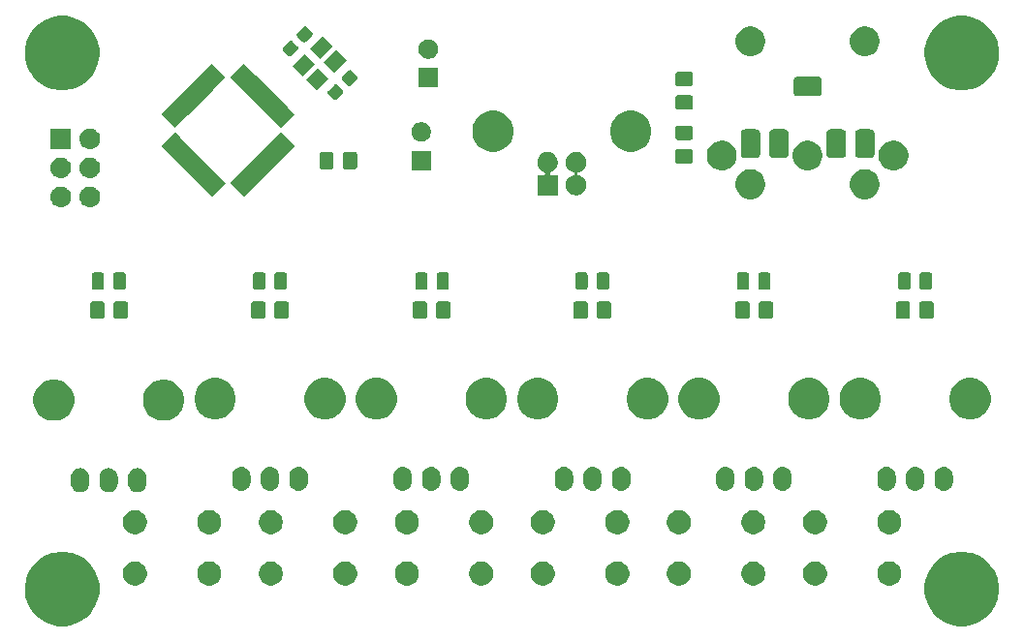
<source format=gbr>
G04 #@! TF.GenerationSoftware,KiCad,Pcbnew,(5.0.2)-1*
G04 #@! TF.CreationDate,2021-01-08T16:19:23+01:00*
G04 #@! TF.ProjectId,CardSizeMidiController,43617264-5369-47a6-954d-696469436f6e,rev?*
G04 #@! TF.SameCoordinates,Original*
G04 #@! TF.FileFunction,Soldermask,Top*
G04 #@! TF.FilePolarity,Negative*
%FSLAX46Y46*%
G04 Gerber Fmt 4.6, Leading zero omitted, Abs format (unit mm)*
G04 Created by KiCad (PCBNEW (5.0.2)-1) date 08/01/2021 16:19:23*
%MOMM*%
%LPD*%
G01*
G04 APERTURE LIST*
%ADD10C,0.100000*%
G04 APERTURE END LIST*
D10*
G36*
X82803239Y-47230467D02*
X83117282Y-47292934D01*
X83708926Y-47538001D01*
X83998523Y-47731504D01*
X84241395Y-47893786D01*
X84694214Y-48346605D01*
X84694216Y-48346608D01*
X85049999Y-48879074D01*
X85295066Y-49470718D01*
X85350017Y-49746976D01*
X85420000Y-50098803D01*
X85420000Y-50739197D01*
X85357533Y-51053239D01*
X85295066Y-51367282D01*
X85049999Y-51958926D01*
X84802265Y-52329685D01*
X84694214Y-52491395D01*
X84241395Y-52944214D01*
X84241392Y-52944216D01*
X83708926Y-53299999D01*
X83117282Y-53545066D01*
X82803239Y-53607533D01*
X82489197Y-53670000D01*
X81848803Y-53670000D01*
X81534761Y-53607533D01*
X81220718Y-53545066D01*
X80629074Y-53299999D01*
X80096608Y-52944216D01*
X80096605Y-52944214D01*
X79643786Y-52491395D01*
X79535735Y-52329685D01*
X79288001Y-51958926D01*
X79042934Y-51367282D01*
X78980467Y-51053239D01*
X78918000Y-50739197D01*
X78918000Y-50098803D01*
X78987983Y-49746976D01*
X79042934Y-49470718D01*
X79288001Y-48879074D01*
X79643784Y-48346608D01*
X79643786Y-48346605D01*
X80096605Y-47893786D01*
X80339477Y-47731504D01*
X80629074Y-47538001D01*
X81220718Y-47292934D01*
X81534761Y-47230467D01*
X81848803Y-47168000D01*
X82489197Y-47168000D01*
X82803239Y-47230467D01*
X82803239Y-47230467D01*
G37*
G36*
X4190239Y-47230467D02*
X4504282Y-47292934D01*
X5095926Y-47538001D01*
X5385523Y-47731504D01*
X5628395Y-47893786D01*
X6081214Y-48346605D01*
X6081216Y-48346608D01*
X6436999Y-48879074D01*
X6682066Y-49470718D01*
X6737017Y-49746976D01*
X6807000Y-50098803D01*
X6807000Y-50739197D01*
X6744533Y-51053239D01*
X6682066Y-51367282D01*
X6436999Y-51958926D01*
X6189265Y-52329685D01*
X6081214Y-52491395D01*
X5628395Y-52944214D01*
X5628392Y-52944216D01*
X5095926Y-53299999D01*
X4504282Y-53545066D01*
X4190239Y-53607533D01*
X3876197Y-53670000D01*
X3235803Y-53670000D01*
X2921761Y-53607533D01*
X2607718Y-53545066D01*
X2016074Y-53299999D01*
X1483608Y-52944216D01*
X1483605Y-52944214D01*
X1030786Y-52491395D01*
X922735Y-52329685D01*
X675001Y-51958926D01*
X429934Y-51367282D01*
X367467Y-51053239D01*
X305000Y-50739197D01*
X305000Y-50098803D01*
X374983Y-49746976D01*
X429934Y-49470718D01*
X675001Y-48879074D01*
X1030784Y-48346608D01*
X1030786Y-48346605D01*
X1483605Y-47893786D01*
X1726477Y-47731504D01*
X2016074Y-47538001D01*
X2607718Y-47292934D01*
X2921761Y-47230467D01*
X3235803Y-47168000D01*
X3876197Y-47168000D01*
X4190239Y-47230467D01*
X4190239Y-47230467D01*
G37*
G36*
X76148565Y-48066389D02*
X76339834Y-48145615D01*
X76511976Y-48260637D01*
X76658363Y-48407024D01*
X76773385Y-48579166D01*
X76852611Y-48770435D01*
X76893000Y-48973484D01*
X76893000Y-49180516D01*
X76852611Y-49383565D01*
X76773385Y-49574834D01*
X76658363Y-49746976D01*
X76511976Y-49893363D01*
X76339834Y-50008385D01*
X76148565Y-50087611D01*
X75945516Y-50128000D01*
X75738484Y-50128000D01*
X75535435Y-50087611D01*
X75344166Y-50008385D01*
X75172024Y-49893363D01*
X75025637Y-49746976D01*
X74910615Y-49574834D01*
X74831389Y-49383565D01*
X74791000Y-49180516D01*
X74791000Y-48973484D01*
X74831389Y-48770435D01*
X74910615Y-48579166D01*
X75025637Y-48407024D01*
X75172024Y-48260637D01*
X75344166Y-48145615D01*
X75535435Y-48066389D01*
X75738484Y-48026000D01*
X75945516Y-48026000D01*
X76148565Y-48066389D01*
X76148565Y-48066389D01*
G37*
G36*
X10212565Y-48066389D02*
X10403834Y-48145615D01*
X10575976Y-48260637D01*
X10722363Y-48407024D01*
X10837385Y-48579166D01*
X10916611Y-48770435D01*
X10957000Y-48973484D01*
X10957000Y-49180516D01*
X10916611Y-49383565D01*
X10837385Y-49574834D01*
X10722363Y-49746976D01*
X10575976Y-49893363D01*
X10403834Y-50008385D01*
X10212565Y-50087611D01*
X10009516Y-50128000D01*
X9802484Y-50128000D01*
X9599435Y-50087611D01*
X9408166Y-50008385D01*
X9236024Y-49893363D01*
X9089637Y-49746976D01*
X8974615Y-49574834D01*
X8895389Y-49383565D01*
X8855000Y-49180516D01*
X8855000Y-48973484D01*
X8895389Y-48770435D01*
X8974615Y-48579166D01*
X9089637Y-48407024D01*
X9236024Y-48260637D01*
X9408166Y-48145615D01*
X9599435Y-48066389D01*
X9802484Y-48026000D01*
X10009516Y-48026000D01*
X10212565Y-48066389D01*
X10212565Y-48066389D01*
G37*
G36*
X16712565Y-48066389D02*
X16903834Y-48145615D01*
X17075976Y-48260637D01*
X17222363Y-48407024D01*
X17337385Y-48579166D01*
X17416611Y-48770435D01*
X17457000Y-48973484D01*
X17457000Y-49180516D01*
X17416611Y-49383565D01*
X17337385Y-49574834D01*
X17222363Y-49746976D01*
X17075976Y-49893363D01*
X16903834Y-50008385D01*
X16712565Y-50087611D01*
X16509516Y-50128000D01*
X16302484Y-50128000D01*
X16099435Y-50087611D01*
X15908166Y-50008385D01*
X15736024Y-49893363D01*
X15589637Y-49746976D01*
X15474615Y-49574834D01*
X15395389Y-49383565D01*
X15355000Y-49180516D01*
X15355000Y-48973484D01*
X15395389Y-48770435D01*
X15474615Y-48579166D01*
X15589637Y-48407024D01*
X15736024Y-48260637D01*
X15908166Y-48145615D01*
X16099435Y-48066389D01*
X16302484Y-48026000D01*
X16509516Y-48026000D01*
X16712565Y-48066389D01*
X16712565Y-48066389D01*
G37*
G36*
X69648565Y-48066389D02*
X69839834Y-48145615D01*
X70011976Y-48260637D01*
X70158363Y-48407024D01*
X70273385Y-48579166D01*
X70352611Y-48770435D01*
X70393000Y-48973484D01*
X70393000Y-49180516D01*
X70352611Y-49383565D01*
X70273385Y-49574834D01*
X70158363Y-49746976D01*
X70011976Y-49893363D01*
X69839834Y-50008385D01*
X69648565Y-50087611D01*
X69445516Y-50128000D01*
X69238484Y-50128000D01*
X69035435Y-50087611D01*
X68844166Y-50008385D01*
X68672024Y-49893363D01*
X68525637Y-49746976D01*
X68410615Y-49574834D01*
X68331389Y-49383565D01*
X68291000Y-49180516D01*
X68291000Y-48973484D01*
X68331389Y-48770435D01*
X68410615Y-48579166D01*
X68525637Y-48407024D01*
X68672024Y-48260637D01*
X68844166Y-48145615D01*
X69035435Y-48066389D01*
X69238484Y-48026000D01*
X69445516Y-48026000D01*
X69648565Y-48066389D01*
X69648565Y-48066389D01*
G37*
G36*
X64261365Y-48066389D02*
X64452634Y-48145615D01*
X64624776Y-48260637D01*
X64771163Y-48407024D01*
X64886185Y-48579166D01*
X64965411Y-48770435D01*
X65005800Y-48973484D01*
X65005800Y-49180516D01*
X64965411Y-49383565D01*
X64886185Y-49574834D01*
X64771163Y-49746976D01*
X64624776Y-49893363D01*
X64452634Y-50008385D01*
X64261365Y-50087611D01*
X64058316Y-50128000D01*
X63851284Y-50128000D01*
X63648235Y-50087611D01*
X63456966Y-50008385D01*
X63284824Y-49893363D01*
X63138437Y-49746976D01*
X63023415Y-49574834D01*
X62944189Y-49383565D01*
X62903800Y-49180516D01*
X62903800Y-48973484D01*
X62944189Y-48770435D01*
X63023415Y-48579166D01*
X63138437Y-48407024D01*
X63284824Y-48260637D01*
X63456966Y-48145615D01*
X63648235Y-48066389D01*
X63851284Y-48026000D01*
X64058316Y-48026000D01*
X64261365Y-48066389D01*
X64261365Y-48066389D01*
G37*
G36*
X57761365Y-48066389D02*
X57952634Y-48145615D01*
X58124776Y-48260637D01*
X58271163Y-48407024D01*
X58386185Y-48579166D01*
X58465411Y-48770435D01*
X58505800Y-48973484D01*
X58505800Y-49180516D01*
X58465411Y-49383565D01*
X58386185Y-49574834D01*
X58271163Y-49746976D01*
X58124776Y-49893363D01*
X57952634Y-50008385D01*
X57761365Y-50087611D01*
X57558316Y-50128000D01*
X57351284Y-50128000D01*
X57148235Y-50087611D01*
X56956966Y-50008385D01*
X56784824Y-49893363D01*
X56638437Y-49746976D01*
X56523415Y-49574834D01*
X56444189Y-49383565D01*
X56403800Y-49180516D01*
X56403800Y-48973484D01*
X56444189Y-48770435D01*
X56523415Y-48579166D01*
X56638437Y-48407024D01*
X56784824Y-48260637D01*
X56956966Y-48145615D01*
X57148235Y-48066389D01*
X57351284Y-48026000D01*
X57558316Y-48026000D01*
X57761365Y-48066389D01*
X57761365Y-48066389D01*
G37*
G36*
X45874165Y-48066389D02*
X46065434Y-48145615D01*
X46237576Y-48260637D01*
X46383963Y-48407024D01*
X46498985Y-48579166D01*
X46578211Y-48770435D01*
X46618600Y-48973484D01*
X46618600Y-49180516D01*
X46578211Y-49383565D01*
X46498985Y-49574834D01*
X46383963Y-49746976D01*
X46237576Y-49893363D01*
X46065434Y-50008385D01*
X45874165Y-50087611D01*
X45671116Y-50128000D01*
X45464084Y-50128000D01*
X45261035Y-50087611D01*
X45069766Y-50008385D01*
X44897624Y-49893363D01*
X44751237Y-49746976D01*
X44636215Y-49574834D01*
X44556989Y-49383565D01*
X44516600Y-49180516D01*
X44516600Y-48973484D01*
X44556989Y-48770435D01*
X44636215Y-48579166D01*
X44751237Y-48407024D01*
X44897624Y-48260637D01*
X45069766Y-48145615D01*
X45261035Y-48066389D01*
X45464084Y-48026000D01*
X45671116Y-48026000D01*
X45874165Y-48066389D01*
X45874165Y-48066389D01*
G37*
G36*
X52374165Y-48066389D02*
X52565434Y-48145615D01*
X52737576Y-48260637D01*
X52883963Y-48407024D01*
X52998985Y-48579166D01*
X53078211Y-48770435D01*
X53118600Y-48973484D01*
X53118600Y-49180516D01*
X53078211Y-49383565D01*
X52998985Y-49574834D01*
X52883963Y-49746976D01*
X52737576Y-49893363D01*
X52565434Y-50008385D01*
X52374165Y-50087611D01*
X52171116Y-50128000D01*
X51964084Y-50128000D01*
X51761035Y-50087611D01*
X51569766Y-50008385D01*
X51397624Y-49893363D01*
X51251237Y-49746976D01*
X51136215Y-49574834D01*
X51056989Y-49383565D01*
X51016600Y-49180516D01*
X51016600Y-48973484D01*
X51056989Y-48770435D01*
X51136215Y-48579166D01*
X51251237Y-48407024D01*
X51397624Y-48260637D01*
X51569766Y-48145615D01*
X51761035Y-48066389D01*
X51964084Y-48026000D01*
X52171116Y-48026000D01*
X52374165Y-48066389D01*
X52374165Y-48066389D01*
G37*
G36*
X33986965Y-48066389D02*
X34178234Y-48145615D01*
X34350376Y-48260637D01*
X34496763Y-48407024D01*
X34611785Y-48579166D01*
X34691011Y-48770435D01*
X34731400Y-48973484D01*
X34731400Y-49180516D01*
X34691011Y-49383565D01*
X34611785Y-49574834D01*
X34496763Y-49746976D01*
X34350376Y-49893363D01*
X34178234Y-50008385D01*
X33986965Y-50087611D01*
X33783916Y-50128000D01*
X33576884Y-50128000D01*
X33373835Y-50087611D01*
X33182566Y-50008385D01*
X33010424Y-49893363D01*
X32864037Y-49746976D01*
X32749015Y-49574834D01*
X32669789Y-49383565D01*
X32629400Y-49180516D01*
X32629400Y-48973484D01*
X32669789Y-48770435D01*
X32749015Y-48579166D01*
X32864037Y-48407024D01*
X33010424Y-48260637D01*
X33182566Y-48145615D01*
X33373835Y-48066389D01*
X33576884Y-48026000D01*
X33783916Y-48026000D01*
X33986965Y-48066389D01*
X33986965Y-48066389D01*
G37*
G36*
X22099765Y-48066389D02*
X22291034Y-48145615D01*
X22463176Y-48260637D01*
X22609563Y-48407024D01*
X22724585Y-48579166D01*
X22803811Y-48770435D01*
X22844200Y-48973484D01*
X22844200Y-49180516D01*
X22803811Y-49383565D01*
X22724585Y-49574834D01*
X22609563Y-49746976D01*
X22463176Y-49893363D01*
X22291034Y-50008385D01*
X22099765Y-50087611D01*
X21896716Y-50128000D01*
X21689684Y-50128000D01*
X21486635Y-50087611D01*
X21295366Y-50008385D01*
X21123224Y-49893363D01*
X20976837Y-49746976D01*
X20861815Y-49574834D01*
X20782589Y-49383565D01*
X20742200Y-49180516D01*
X20742200Y-48973484D01*
X20782589Y-48770435D01*
X20861815Y-48579166D01*
X20976837Y-48407024D01*
X21123224Y-48260637D01*
X21295366Y-48145615D01*
X21486635Y-48066389D01*
X21689684Y-48026000D01*
X21896716Y-48026000D01*
X22099765Y-48066389D01*
X22099765Y-48066389D01*
G37*
G36*
X28599765Y-48066389D02*
X28791034Y-48145615D01*
X28963176Y-48260637D01*
X29109563Y-48407024D01*
X29224585Y-48579166D01*
X29303811Y-48770435D01*
X29344200Y-48973484D01*
X29344200Y-49180516D01*
X29303811Y-49383565D01*
X29224585Y-49574834D01*
X29109563Y-49746976D01*
X28963176Y-49893363D01*
X28791034Y-50008385D01*
X28599765Y-50087611D01*
X28396716Y-50128000D01*
X28189684Y-50128000D01*
X27986635Y-50087611D01*
X27795366Y-50008385D01*
X27623224Y-49893363D01*
X27476837Y-49746976D01*
X27361815Y-49574834D01*
X27282589Y-49383565D01*
X27242200Y-49180516D01*
X27242200Y-48973484D01*
X27282589Y-48770435D01*
X27361815Y-48579166D01*
X27476837Y-48407024D01*
X27623224Y-48260637D01*
X27795366Y-48145615D01*
X27986635Y-48066389D01*
X28189684Y-48026000D01*
X28396716Y-48026000D01*
X28599765Y-48066389D01*
X28599765Y-48066389D01*
G37*
G36*
X40486965Y-48066389D02*
X40678234Y-48145615D01*
X40850376Y-48260637D01*
X40996763Y-48407024D01*
X41111785Y-48579166D01*
X41191011Y-48770435D01*
X41231400Y-48973484D01*
X41231400Y-49180516D01*
X41191011Y-49383565D01*
X41111785Y-49574834D01*
X40996763Y-49746976D01*
X40850376Y-49893363D01*
X40678234Y-50008385D01*
X40486965Y-50087611D01*
X40283916Y-50128000D01*
X40076884Y-50128000D01*
X39873835Y-50087611D01*
X39682566Y-50008385D01*
X39510424Y-49893363D01*
X39364037Y-49746976D01*
X39249015Y-49574834D01*
X39169789Y-49383565D01*
X39129400Y-49180516D01*
X39129400Y-48973484D01*
X39169789Y-48770435D01*
X39249015Y-48579166D01*
X39364037Y-48407024D01*
X39510424Y-48260637D01*
X39682566Y-48145615D01*
X39873835Y-48066389D01*
X40076884Y-48026000D01*
X40283916Y-48026000D01*
X40486965Y-48066389D01*
X40486965Y-48066389D01*
G37*
G36*
X10212565Y-43566389D02*
X10403834Y-43645615D01*
X10575976Y-43760637D01*
X10722363Y-43907024D01*
X10837385Y-44079166D01*
X10916611Y-44270435D01*
X10957000Y-44473484D01*
X10957000Y-44680516D01*
X10916611Y-44883565D01*
X10837385Y-45074834D01*
X10722363Y-45246976D01*
X10575976Y-45393363D01*
X10403834Y-45508385D01*
X10212565Y-45587611D01*
X10009516Y-45628000D01*
X9802484Y-45628000D01*
X9599435Y-45587611D01*
X9408166Y-45508385D01*
X9236024Y-45393363D01*
X9089637Y-45246976D01*
X8974615Y-45074834D01*
X8895389Y-44883565D01*
X8855000Y-44680516D01*
X8855000Y-44473484D01*
X8895389Y-44270435D01*
X8974615Y-44079166D01*
X9089637Y-43907024D01*
X9236024Y-43760637D01*
X9408166Y-43645615D01*
X9599435Y-43566389D01*
X9802484Y-43526000D01*
X10009516Y-43526000D01*
X10212565Y-43566389D01*
X10212565Y-43566389D01*
G37*
G36*
X52374165Y-43566389D02*
X52565434Y-43645615D01*
X52737576Y-43760637D01*
X52883963Y-43907024D01*
X52998985Y-44079166D01*
X53078211Y-44270435D01*
X53118600Y-44473484D01*
X53118600Y-44680516D01*
X53078211Y-44883565D01*
X52998985Y-45074834D01*
X52883963Y-45246976D01*
X52737576Y-45393363D01*
X52565434Y-45508385D01*
X52374165Y-45587611D01*
X52171116Y-45628000D01*
X51964084Y-45628000D01*
X51761035Y-45587611D01*
X51569766Y-45508385D01*
X51397624Y-45393363D01*
X51251237Y-45246976D01*
X51136215Y-45074834D01*
X51056989Y-44883565D01*
X51016600Y-44680516D01*
X51016600Y-44473484D01*
X51056989Y-44270435D01*
X51136215Y-44079166D01*
X51251237Y-43907024D01*
X51397624Y-43760637D01*
X51569766Y-43645615D01*
X51761035Y-43566389D01*
X51964084Y-43526000D01*
X52171116Y-43526000D01*
X52374165Y-43566389D01*
X52374165Y-43566389D01*
G37*
G36*
X45874165Y-43566389D02*
X46065434Y-43645615D01*
X46237576Y-43760637D01*
X46383963Y-43907024D01*
X46498985Y-44079166D01*
X46578211Y-44270435D01*
X46618600Y-44473484D01*
X46618600Y-44680516D01*
X46578211Y-44883565D01*
X46498985Y-45074834D01*
X46383963Y-45246976D01*
X46237576Y-45393363D01*
X46065434Y-45508385D01*
X45874165Y-45587611D01*
X45671116Y-45628000D01*
X45464084Y-45628000D01*
X45261035Y-45587611D01*
X45069766Y-45508385D01*
X44897624Y-45393363D01*
X44751237Y-45246976D01*
X44636215Y-45074834D01*
X44556989Y-44883565D01*
X44516600Y-44680516D01*
X44516600Y-44473484D01*
X44556989Y-44270435D01*
X44636215Y-44079166D01*
X44751237Y-43907024D01*
X44897624Y-43760637D01*
X45069766Y-43645615D01*
X45261035Y-43566389D01*
X45464084Y-43526000D01*
X45671116Y-43526000D01*
X45874165Y-43566389D01*
X45874165Y-43566389D01*
G37*
G36*
X57761365Y-43566389D02*
X57952634Y-43645615D01*
X58124776Y-43760637D01*
X58271163Y-43907024D01*
X58386185Y-44079166D01*
X58465411Y-44270435D01*
X58505800Y-44473484D01*
X58505800Y-44680516D01*
X58465411Y-44883565D01*
X58386185Y-45074834D01*
X58271163Y-45246976D01*
X58124776Y-45393363D01*
X57952634Y-45508385D01*
X57761365Y-45587611D01*
X57558316Y-45628000D01*
X57351284Y-45628000D01*
X57148235Y-45587611D01*
X56956966Y-45508385D01*
X56784824Y-45393363D01*
X56638437Y-45246976D01*
X56523415Y-45074834D01*
X56444189Y-44883565D01*
X56403800Y-44680516D01*
X56403800Y-44473484D01*
X56444189Y-44270435D01*
X56523415Y-44079166D01*
X56638437Y-43907024D01*
X56784824Y-43760637D01*
X56956966Y-43645615D01*
X57148235Y-43566389D01*
X57351284Y-43526000D01*
X57558316Y-43526000D01*
X57761365Y-43566389D01*
X57761365Y-43566389D01*
G37*
G36*
X33986965Y-43566389D02*
X34178234Y-43645615D01*
X34350376Y-43760637D01*
X34496763Y-43907024D01*
X34611785Y-44079166D01*
X34691011Y-44270435D01*
X34731400Y-44473484D01*
X34731400Y-44680516D01*
X34691011Y-44883565D01*
X34611785Y-45074834D01*
X34496763Y-45246976D01*
X34350376Y-45393363D01*
X34178234Y-45508385D01*
X33986965Y-45587611D01*
X33783916Y-45628000D01*
X33576884Y-45628000D01*
X33373835Y-45587611D01*
X33182566Y-45508385D01*
X33010424Y-45393363D01*
X32864037Y-45246976D01*
X32749015Y-45074834D01*
X32669789Y-44883565D01*
X32629400Y-44680516D01*
X32629400Y-44473484D01*
X32669789Y-44270435D01*
X32749015Y-44079166D01*
X32864037Y-43907024D01*
X33010424Y-43760637D01*
X33182566Y-43645615D01*
X33373835Y-43566389D01*
X33576884Y-43526000D01*
X33783916Y-43526000D01*
X33986965Y-43566389D01*
X33986965Y-43566389D01*
G37*
G36*
X64261365Y-43566389D02*
X64452634Y-43645615D01*
X64624776Y-43760637D01*
X64771163Y-43907024D01*
X64886185Y-44079166D01*
X64965411Y-44270435D01*
X65005800Y-44473484D01*
X65005800Y-44680516D01*
X64965411Y-44883565D01*
X64886185Y-45074834D01*
X64771163Y-45246976D01*
X64624776Y-45393363D01*
X64452634Y-45508385D01*
X64261365Y-45587611D01*
X64058316Y-45628000D01*
X63851284Y-45628000D01*
X63648235Y-45587611D01*
X63456966Y-45508385D01*
X63284824Y-45393363D01*
X63138437Y-45246976D01*
X63023415Y-45074834D01*
X62944189Y-44883565D01*
X62903800Y-44680516D01*
X62903800Y-44473484D01*
X62944189Y-44270435D01*
X63023415Y-44079166D01*
X63138437Y-43907024D01*
X63284824Y-43760637D01*
X63456966Y-43645615D01*
X63648235Y-43566389D01*
X63851284Y-43526000D01*
X64058316Y-43526000D01*
X64261365Y-43566389D01*
X64261365Y-43566389D01*
G37*
G36*
X16712565Y-43566389D02*
X16903834Y-43645615D01*
X17075976Y-43760637D01*
X17222363Y-43907024D01*
X17337385Y-44079166D01*
X17416611Y-44270435D01*
X17457000Y-44473484D01*
X17457000Y-44680516D01*
X17416611Y-44883565D01*
X17337385Y-45074834D01*
X17222363Y-45246976D01*
X17075976Y-45393363D01*
X16903834Y-45508385D01*
X16712565Y-45587611D01*
X16509516Y-45628000D01*
X16302484Y-45628000D01*
X16099435Y-45587611D01*
X15908166Y-45508385D01*
X15736024Y-45393363D01*
X15589637Y-45246976D01*
X15474615Y-45074834D01*
X15395389Y-44883565D01*
X15355000Y-44680516D01*
X15355000Y-44473484D01*
X15395389Y-44270435D01*
X15474615Y-44079166D01*
X15589637Y-43907024D01*
X15736024Y-43760637D01*
X15908166Y-43645615D01*
X16099435Y-43566389D01*
X16302484Y-43526000D01*
X16509516Y-43526000D01*
X16712565Y-43566389D01*
X16712565Y-43566389D01*
G37*
G36*
X22099765Y-43566389D02*
X22291034Y-43645615D01*
X22463176Y-43760637D01*
X22609563Y-43907024D01*
X22724585Y-44079166D01*
X22803811Y-44270435D01*
X22844200Y-44473484D01*
X22844200Y-44680516D01*
X22803811Y-44883565D01*
X22724585Y-45074834D01*
X22609563Y-45246976D01*
X22463176Y-45393363D01*
X22291034Y-45508385D01*
X22099765Y-45587611D01*
X21896716Y-45628000D01*
X21689684Y-45628000D01*
X21486635Y-45587611D01*
X21295366Y-45508385D01*
X21123224Y-45393363D01*
X20976837Y-45246976D01*
X20861815Y-45074834D01*
X20782589Y-44883565D01*
X20742200Y-44680516D01*
X20742200Y-44473484D01*
X20782589Y-44270435D01*
X20861815Y-44079166D01*
X20976837Y-43907024D01*
X21123224Y-43760637D01*
X21295366Y-43645615D01*
X21486635Y-43566389D01*
X21689684Y-43526000D01*
X21896716Y-43526000D01*
X22099765Y-43566389D01*
X22099765Y-43566389D01*
G37*
G36*
X40486965Y-43566389D02*
X40678234Y-43645615D01*
X40850376Y-43760637D01*
X40996763Y-43907024D01*
X41111785Y-44079166D01*
X41191011Y-44270435D01*
X41231400Y-44473484D01*
X41231400Y-44680516D01*
X41191011Y-44883565D01*
X41111785Y-45074834D01*
X40996763Y-45246976D01*
X40850376Y-45393363D01*
X40678234Y-45508385D01*
X40486965Y-45587611D01*
X40283916Y-45628000D01*
X40076884Y-45628000D01*
X39873835Y-45587611D01*
X39682566Y-45508385D01*
X39510424Y-45393363D01*
X39364037Y-45246976D01*
X39249015Y-45074834D01*
X39169789Y-44883565D01*
X39129400Y-44680516D01*
X39129400Y-44473484D01*
X39169789Y-44270435D01*
X39249015Y-44079166D01*
X39364037Y-43907024D01*
X39510424Y-43760637D01*
X39682566Y-43645615D01*
X39873835Y-43566389D01*
X40076884Y-43526000D01*
X40283916Y-43526000D01*
X40486965Y-43566389D01*
X40486965Y-43566389D01*
G37*
G36*
X76148565Y-43566389D02*
X76339834Y-43645615D01*
X76511976Y-43760637D01*
X76658363Y-43907024D01*
X76773385Y-44079166D01*
X76852611Y-44270435D01*
X76893000Y-44473484D01*
X76893000Y-44680516D01*
X76852611Y-44883565D01*
X76773385Y-45074834D01*
X76658363Y-45246976D01*
X76511976Y-45393363D01*
X76339834Y-45508385D01*
X76148565Y-45587611D01*
X75945516Y-45628000D01*
X75738484Y-45628000D01*
X75535435Y-45587611D01*
X75344166Y-45508385D01*
X75172024Y-45393363D01*
X75025637Y-45246976D01*
X74910615Y-45074834D01*
X74831389Y-44883565D01*
X74791000Y-44680516D01*
X74791000Y-44473484D01*
X74831389Y-44270435D01*
X74910615Y-44079166D01*
X75025637Y-43907024D01*
X75172024Y-43760637D01*
X75344166Y-43645615D01*
X75535435Y-43566389D01*
X75738484Y-43526000D01*
X75945516Y-43526000D01*
X76148565Y-43566389D01*
X76148565Y-43566389D01*
G37*
G36*
X28599765Y-43566389D02*
X28791034Y-43645615D01*
X28963176Y-43760637D01*
X29109563Y-43907024D01*
X29224585Y-44079166D01*
X29303811Y-44270435D01*
X29344200Y-44473484D01*
X29344200Y-44680516D01*
X29303811Y-44883565D01*
X29224585Y-45074834D01*
X29109563Y-45246976D01*
X28963176Y-45393363D01*
X28791034Y-45508385D01*
X28599765Y-45587611D01*
X28396716Y-45628000D01*
X28189684Y-45628000D01*
X27986635Y-45587611D01*
X27795366Y-45508385D01*
X27623224Y-45393363D01*
X27476837Y-45246976D01*
X27361815Y-45074834D01*
X27282589Y-44883565D01*
X27242200Y-44680516D01*
X27242200Y-44473484D01*
X27282589Y-44270435D01*
X27361815Y-44079166D01*
X27476837Y-43907024D01*
X27623224Y-43760637D01*
X27795366Y-43645615D01*
X27986635Y-43566389D01*
X28189684Y-43526000D01*
X28396716Y-43526000D01*
X28599765Y-43566389D01*
X28599765Y-43566389D01*
G37*
G36*
X69648565Y-43566389D02*
X69839834Y-43645615D01*
X70011976Y-43760637D01*
X70158363Y-43907024D01*
X70273385Y-44079166D01*
X70352611Y-44270435D01*
X70393000Y-44473484D01*
X70393000Y-44680516D01*
X70352611Y-44883565D01*
X70273385Y-45074834D01*
X70158363Y-45246976D01*
X70011976Y-45393363D01*
X69839834Y-45508385D01*
X69648565Y-45587611D01*
X69445516Y-45628000D01*
X69238484Y-45628000D01*
X69035435Y-45587611D01*
X68844166Y-45508385D01*
X68672024Y-45393363D01*
X68525637Y-45246976D01*
X68410615Y-45074834D01*
X68331389Y-44883565D01*
X68291000Y-44680516D01*
X68291000Y-44473484D01*
X68331389Y-44270435D01*
X68410615Y-44079166D01*
X68525637Y-43907024D01*
X68672024Y-43760637D01*
X68844166Y-43645615D01*
X69035435Y-43566389D01*
X69238484Y-43526000D01*
X69445516Y-43526000D01*
X69648565Y-43566389D01*
X69648565Y-43566389D01*
G37*
G36*
X10278424Y-39869590D02*
X10429411Y-39915392D01*
X10568561Y-39989768D01*
X10629548Y-40039819D01*
X10690533Y-40089867D01*
X10690534Y-40089869D01*
X10690536Y-40089870D01*
X10790630Y-40211835D01*
X10865008Y-40350988D01*
X10910810Y-40501975D01*
X10922400Y-40619654D01*
X10922400Y-41198346D01*
X10910810Y-41316025D01*
X10865008Y-41467012D01*
X10790630Y-41606165D01*
X10690533Y-41728133D01*
X10568565Y-41828230D01*
X10429412Y-41902608D01*
X10278425Y-41948410D01*
X10121400Y-41963875D01*
X9964376Y-41948410D01*
X9813389Y-41902608D01*
X9674236Y-41828230D01*
X9552268Y-41728133D01*
X9530189Y-41701230D01*
X9452171Y-41606165D01*
X9377792Y-41467012D01*
X9339266Y-41340010D01*
X9331990Y-41316025D01*
X9320400Y-41198346D01*
X9320400Y-40619655D01*
X9331990Y-40501976D01*
X9377792Y-40350989D01*
X9452168Y-40211839D01*
X9552265Y-40089870D01*
X9552267Y-40089867D01*
X9552269Y-40089866D01*
X9552270Y-40089864D01*
X9674235Y-39989770D01*
X9813388Y-39915392D01*
X9964375Y-39869590D01*
X10121400Y-39854125D01*
X10278424Y-39869590D01*
X10278424Y-39869590D01*
G37*
G36*
X5278424Y-39869590D02*
X5429411Y-39915392D01*
X5568561Y-39989768D01*
X5629548Y-40039819D01*
X5690533Y-40089867D01*
X5690534Y-40089869D01*
X5690536Y-40089870D01*
X5790630Y-40211835D01*
X5865008Y-40350988D01*
X5910810Y-40501975D01*
X5922400Y-40619654D01*
X5922400Y-41198346D01*
X5910810Y-41316025D01*
X5865008Y-41467012D01*
X5790630Y-41606165D01*
X5690533Y-41728133D01*
X5568565Y-41828230D01*
X5429412Y-41902608D01*
X5278425Y-41948410D01*
X5121400Y-41963875D01*
X4964376Y-41948410D01*
X4813389Y-41902608D01*
X4674236Y-41828230D01*
X4552268Y-41728133D01*
X4530189Y-41701230D01*
X4452171Y-41606165D01*
X4377792Y-41467012D01*
X4339266Y-41340010D01*
X4331990Y-41316025D01*
X4320400Y-41198346D01*
X4320400Y-40619655D01*
X4331990Y-40501976D01*
X4377792Y-40350989D01*
X4452168Y-40211839D01*
X4552265Y-40089870D01*
X4552267Y-40089867D01*
X4552269Y-40089866D01*
X4552270Y-40089864D01*
X4674235Y-39989770D01*
X4813388Y-39915392D01*
X4964375Y-39869590D01*
X5121400Y-39854125D01*
X5278424Y-39869590D01*
X5278424Y-39869590D01*
G37*
G36*
X7778424Y-39869590D02*
X7929411Y-39915392D01*
X8068561Y-39989768D01*
X8129548Y-40039819D01*
X8190533Y-40089867D01*
X8190534Y-40089869D01*
X8190536Y-40089870D01*
X8290630Y-40211835D01*
X8365008Y-40350988D01*
X8410810Y-40501975D01*
X8422400Y-40619654D01*
X8422400Y-41198346D01*
X8410810Y-41316025D01*
X8365008Y-41467012D01*
X8290630Y-41606165D01*
X8190533Y-41728133D01*
X8068565Y-41828230D01*
X7929412Y-41902608D01*
X7778425Y-41948410D01*
X7621400Y-41963875D01*
X7464376Y-41948410D01*
X7313389Y-41902608D01*
X7174236Y-41828230D01*
X7052268Y-41728133D01*
X7030189Y-41701230D01*
X6952171Y-41606165D01*
X6877792Y-41467012D01*
X6839266Y-41340010D01*
X6831990Y-41316025D01*
X6820400Y-41198346D01*
X6820400Y-40619655D01*
X6831990Y-40501976D01*
X6877792Y-40350989D01*
X6952168Y-40211839D01*
X7052265Y-40089870D01*
X7052267Y-40089867D01*
X7052269Y-40089866D01*
X7052270Y-40089864D01*
X7174235Y-39989770D01*
X7313388Y-39915392D01*
X7464375Y-39869590D01*
X7621400Y-39854125D01*
X7778424Y-39869590D01*
X7778424Y-39869590D01*
G37*
G36*
X80760624Y-39742590D02*
X80911611Y-39788392D01*
X81050761Y-39862768D01*
X81111748Y-39912819D01*
X81172733Y-39962867D01*
X81172734Y-39962869D01*
X81172736Y-39962870D01*
X81272830Y-40084835D01*
X81347208Y-40223988D01*
X81393010Y-40374975D01*
X81404600Y-40492654D01*
X81404600Y-41071346D01*
X81393010Y-41189025D01*
X81347208Y-41340012D01*
X81272830Y-41479165D01*
X81172733Y-41601133D01*
X81050765Y-41701230D01*
X80911612Y-41775608D01*
X80760625Y-41821410D01*
X80603600Y-41836875D01*
X80446576Y-41821410D01*
X80295589Y-41775608D01*
X80156436Y-41701230D01*
X80034468Y-41601133D01*
X79934371Y-41479165D01*
X79859992Y-41340012D01*
X79817018Y-41198346D01*
X79814190Y-41189025D01*
X79802600Y-41071346D01*
X79802600Y-40492655D01*
X79814190Y-40374976D01*
X79859992Y-40223989D01*
X79934368Y-40084839D01*
X80012389Y-39989770D01*
X80034467Y-39962867D01*
X80034469Y-39962866D01*
X80034470Y-39962864D01*
X80156435Y-39862770D01*
X80295588Y-39788392D01*
X80446575Y-39742590D01*
X80603600Y-39727125D01*
X80760624Y-39742590D01*
X80760624Y-39742590D01*
G37*
G36*
X19374924Y-39742590D02*
X19525911Y-39788392D01*
X19665061Y-39862768D01*
X19726048Y-39912819D01*
X19787033Y-39962867D01*
X19787034Y-39962869D01*
X19787036Y-39962870D01*
X19887130Y-40084835D01*
X19961508Y-40223988D01*
X20007310Y-40374975D01*
X20018900Y-40492654D01*
X20018900Y-41071346D01*
X20007310Y-41189025D01*
X19961508Y-41340012D01*
X19887130Y-41479165D01*
X19787033Y-41601133D01*
X19665065Y-41701230D01*
X19525912Y-41775608D01*
X19374925Y-41821410D01*
X19217900Y-41836875D01*
X19060876Y-41821410D01*
X18909889Y-41775608D01*
X18770736Y-41701230D01*
X18648768Y-41601133D01*
X18548671Y-41479165D01*
X18474292Y-41340012D01*
X18431318Y-41198346D01*
X18428490Y-41189025D01*
X18416900Y-41071346D01*
X18416900Y-40492655D01*
X18428490Y-40374976D01*
X18474292Y-40223989D01*
X18548668Y-40084839D01*
X18626689Y-39989770D01*
X18648767Y-39962867D01*
X18648769Y-39962866D01*
X18648770Y-39962864D01*
X18770735Y-39862770D01*
X18909888Y-39788392D01*
X19060875Y-39742590D01*
X19217900Y-39727125D01*
X19374924Y-39742590D01*
X19374924Y-39742590D01*
G37*
G36*
X21874924Y-39742590D02*
X22025911Y-39788392D01*
X22165061Y-39862768D01*
X22226048Y-39912819D01*
X22287033Y-39962867D01*
X22287034Y-39962869D01*
X22287036Y-39962870D01*
X22387130Y-40084835D01*
X22461508Y-40223988D01*
X22507310Y-40374975D01*
X22518900Y-40492654D01*
X22518900Y-41071346D01*
X22507310Y-41189025D01*
X22461508Y-41340012D01*
X22387130Y-41479165D01*
X22287033Y-41601133D01*
X22165065Y-41701230D01*
X22025912Y-41775608D01*
X21874925Y-41821410D01*
X21717900Y-41836875D01*
X21560876Y-41821410D01*
X21409889Y-41775608D01*
X21270736Y-41701230D01*
X21148768Y-41601133D01*
X21048671Y-41479165D01*
X20974292Y-41340012D01*
X20931318Y-41198346D01*
X20928490Y-41189025D01*
X20916900Y-41071346D01*
X20916900Y-40492655D01*
X20928490Y-40374976D01*
X20974292Y-40223989D01*
X21048668Y-40084839D01*
X21126689Y-39989770D01*
X21148767Y-39962867D01*
X21148769Y-39962866D01*
X21148770Y-39962864D01*
X21270735Y-39862770D01*
X21409888Y-39788392D01*
X21560875Y-39742590D01*
X21717900Y-39727125D01*
X21874924Y-39742590D01*
X21874924Y-39742590D01*
G37*
G36*
X24374924Y-39742590D02*
X24525911Y-39788392D01*
X24665061Y-39862768D01*
X24726048Y-39912819D01*
X24787033Y-39962867D01*
X24787034Y-39962869D01*
X24787036Y-39962870D01*
X24887130Y-40084835D01*
X24961508Y-40223988D01*
X25007310Y-40374975D01*
X25018900Y-40492654D01*
X25018900Y-41071346D01*
X25007310Y-41189025D01*
X24961508Y-41340012D01*
X24887130Y-41479165D01*
X24787033Y-41601133D01*
X24665065Y-41701230D01*
X24525912Y-41775608D01*
X24374925Y-41821410D01*
X24217900Y-41836875D01*
X24060876Y-41821410D01*
X23909889Y-41775608D01*
X23770736Y-41701230D01*
X23648768Y-41601133D01*
X23548671Y-41479165D01*
X23474292Y-41340012D01*
X23431318Y-41198346D01*
X23428490Y-41189025D01*
X23416900Y-41071346D01*
X23416900Y-40492655D01*
X23428490Y-40374976D01*
X23474292Y-40223989D01*
X23548668Y-40084839D01*
X23626689Y-39989770D01*
X23648767Y-39962867D01*
X23648769Y-39962866D01*
X23648770Y-39962864D01*
X23770735Y-39862770D01*
X23909888Y-39788392D01*
X24060875Y-39742590D01*
X24217900Y-39727125D01*
X24374924Y-39742590D01*
X24374924Y-39742590D01*
G37*
G36*
X35971324Y-39742590D02*
X36122311Y-39788392D01*
X36261461Y-39862768D01*
X36322448Y-39912819D01*
X36383433Y-39962867D01*
X36383434Y-39962869D01*
X36383436Y-39962870D01*
X36483530Y-40084835D01*
X36557908Y-40223988D01*
X36603710Y-40374975D01*
X36615300Y-40492654D01*
X36615300Y-41071346D01*
X36603710Y-41189025D01*
X36557908Y-41340012D01*
X36483530Y-41479165D01*
X36383433Y-41601133D01*
X36261465Y-41701230D01*
X36122312Y-41775608D01*
X35971325Y-41821410D01*
X35814300Y-41836875D01*
X35657276Y-41821410D01*
X35506289Y-41775608D01*
X35367136Y-41701230D01*
X35245168Y-41601133D01*
X35145071Y-41479165D01*
X35070692Y-41340012D01*
X35027718Y-41198346D01*
X35024890Y-41189025D01*
X35013300Y-41071346D01*
X35013300Y-40492655D01*
X35024890Y-40374976D01*
X35070692Y-40223989D01*
X35145068Y-40084839D01*
X35223089Y-39989770D01*
X35245167Y-39962867D01*
X35245169Y-39962866D01*
X35245170Y-39962864D01*
X35367135Y-39862770D01*
X35506288Y-39788392D01*
X35657275Y-39742590D01*
X35814300Y-39727125D01*
X35971324Y-39742590D01*
X35971324Y-39742590D01*
G37*
G36*
X47567724Y-39742590D02*
X47718711Y-39788392D01*
X47857861Y-39862768D01*
X47918848Y-39912819D01*
X47979833Y-39962867D01*
X47979834Y-39962869D01*
X47979836Y-39962870D01*
X48079930Y-40084835D01*
X48154308Y-40223988D01*
X48200110Y-40374975D01*
X48211700Y-40492654D01*
X48211700Y-41071346D01*
X48200110Y-41189025D01*
X48154308Y-41340012D01*
X48079930Y-41479165D01*
X47979833Y-41601133D01*
X47857865Y-41701230D01*
X47718712Y-41775608D01*
X47567725Y-41821410D01*
X47410700Y-41836875D01*
X47253676Y-41821410D01*
X47102689Y-41775608D01*
X46963536Y-41701230D01*
X46841568Y-41601133D01*
X46741471Y-41479165D01*
X46667092Y-41340012D01*
X46624118Y-41198346D01*
X46621290Y-41189025D01*
X46609700Y-41071346D01*
X46609700Y-40492655D01*
X46621290Y-40374976D01*
X46667092Y-40223989D01*
X46741468Y-40084839D01*
X46819489Y-39989770D01*
X46841567Y-39962867D01*
X46841569Y-39962866D01*
X46841570Y-39962864D01*
X46963535Y-39862770D01*
X47102688Y-39788392D01*
X47253675Y-39742590D01*
X47410700Y-39727125D01*
X47567724Y-39742590D01*
X47567724Y-39742590D01*
G37*
G36*
X50067724Y-39742590D02*
X50218711Y-39788392D01*
X50357861Y-39862768D01*
X50418848Y-39912819D01*
X50479833Y-39962867D01*
X50479834Y-39962869D01*
X50479836Y-39962870D01*
X50579930Y-40084835D01*
X50654308Y-40223988D01*
X50700110Y-40374975D01*
X50711700Y-40492654D01*
X50711700Y-41071346D01*
X50700110Y-41189025D01*
X50654308Y-41340012D01*
X50579930Y-41479165D01*
X50479833Y-41601133D01*
X50357865Y-41701230D01*
X50218712Y-41775608D01*
X50067725Y-41821410D01*
X49910700Y-41836875D01*
X49753676Y-41821410D01*
X49602689Y-41775608D01*
X49463536Y-41701230D01*
X49341568Y-41601133D01*
X49241471Y-41479165D01*
X49167092Y-41340012D01*
X49124118Y-41198346D01*
X49121290Y-41189025D01*
X49109700Y-41071346D01*
X49109700Y-40492655D01*
X49121290Y-40374976D01*
X49167092Y-40223989D01*
X49241468Y-40084839D01*
X49319489Y-39989770D01*
X49341567Y-39962867D01*
X49341569Y-39962866D01*
X49341570Y-39962864D01*
X49463535Y-39862770D01*
X49602688Y-39788392D01*
X49753675Y-39742590D01*
X49910700Y-39727125D01*
X50067724Y-39742590D01*
X50067724Y-39742590D01*
G37*
G36*
X52567724Y-39742590D02*
X52718711Y-39788392D01*
X52857861Y-39862768D01*
X52918848Y-39912819D01*
X52979833Y-39962867D01*
X52979834Y-39962869D01*
X52979836Y-39962870D01*
X53079930Y-40084835D01*
X53154308Y-40223988D01*
X53200110Y-40374975D01*
X53211700Y-40492654D01*
X53211700Y-41071346D01*
X53200110Y-41189025D01*
X53154308Y-41340012D01*
X53079930Y-41479165D01*
X52979833Y-41601133D01*
X52857865Y-41701230D01*
X52718712Y-41775608D01*
X52567725Y-41821410D01*
X52410700Y-41836875D01*
X52253676Y-41821410D01*
X52102689Y-41775608D01*
X51963536Y-41701230D01*
X51841568Y-41601133D01*
X51741471Y-41479165D01*
X51667092Y-41340012D01*
X51624118Y-41198346D01*
X51621290Y-41189025D01*
X51609700Y-41071346D01*
X51609700Y-40492655D01*
X51621290Y-40374976D01*
X51667092Y-40223989D01*
X51741468Y-40084839D01*
X51819489Y-39989770D01*
X51841567Y-39962867D01*
X51841569Y-39962866D01*
X51841570Y-39962864D01*
X51963535Y-39862770D01*
X52102688Y-39788392D01*
X52253675Y-39742590D01*
X52410700Y-39727125D01*
X52567724Y-39742590D01*
X52567724Y-39742590D01*
G37*
G36*
X64164124Y-39742590D02*
X64315111Y-39788392D01*
X64454261Y-39862768D01*
X64515248Y-39912819D01*
X64576233Y-39962867D01*
X64576234Y-39962869D01*
X64576236Y-39962870D01*
X64676330Y-40084835D01*
X64750708Y-40223988D01*
X64796510Y-40374975D01*
X64808100Y-40492654D01*
X64808100Y-41071346D01*
X64796510Y-41189025D01*
X64750708Y-41340012D01*
X64676330Y-41479165D01*
X64576233Y-41601133D01*
X64454265Y-41701230D01*
X64315112Y-41775608D01*
X64164125Y-41821410D01*
X64007100Y-41836875D01*
X63850076Y-41821410D01*
X63699089Y-41775608D01*
X63559936Y-41701230D01*
X63437968Y-41601133D01*
X63337871Y-41479165D01*
X63263492Y-41340012D01*
X63220518Y-41198346D01*
X63217690Y-41189025D01*
X63206100Y-41071346D01*
X63206100Y-40492655D01*
X63217690Y-40374976D01*
X63263492Y-40223989D01*
X63337868Y-40084839D01*
X63415889Y-39989770D01*
X63437967Y-39962867D01*
X63437969Y-39962866D01*
X63437970Y-39962864D01*
X63559935Y-39862770D01*
X63699088Y-39788392D01*
X63850075Y-39742590D01*
X64007100Y-39727125D01*
X64164124Y-39742590D01*
X64164124Y-39742590D01*
G37*
G36*
X66664124Y-39742590D02*
X66815111Y-39788392D01*
X66954261Y-39862768D01*
X67015248Y-39912819D01*
X67076233Y-39962867D01*
X67076234Y-39962869D01*
X67076236Y-39962870D01*
X67176330Y-40084835D01*
X67250708Y-40223988D01*
X67296510Y-40374975D01*
X67308100Y-40492654D01*
X67308100Y-41071346D01*
X67296510Y-41189025D01*
X67250708Y-41340012D01*
X67176330Y-41479165D01*
X67076233Y-41601133D01*
X66954265Y-41701230D01*
X66815112Y-41775608D01*
X66664125Y-41821410D01*
X66507100Y-41836875D01*
X66350076Y-41821410D01*
X66199089Y-41775608D01*
X66059936Y-41701230D01*
X65937968Y-41601133D01*
X65837871Y-41479165D01*
X65763492Y-41340012D01*
X65720518Y-41198346D01*
X65717690Y-41189025D01*
X65706100Y-41071346D01*
X65706100Y-40492655D01*
X65717690Y-40374976D01*
X65763492Y-40223989D01*
X65837868Y-40084839D01*
X65915889Y-39989770D01*
X65937967Y-39962867D01*
X65937969Y-39962866D01*
X65937970Y-39962864D01*
X66059935Y-39862770D01*
X66199088Y-39788392D01*
X66350075Y-39742590D01*
X66507100Y-39727125D01*
X66664124Y-39742590D01*
X66664124Y-39742590D01*
G37*
G36*
X75760624Y-39742590D02*
X75911611Y-39788392D01*
X76050761Y-39862768D01*
X76111748Y-39912819D01*
X76172733Y-39962867D01*
X76172734Y-39962869D01*
X76172736Y-39962870D01*
X76272830Y-40084835D01*
X76347208Y-40223988D01*
X76393010Y-40374975D01*
X76404600Y-40492654D01*
X76404600Y-41071346D01*
X76393010Y-41189025D01*
X76347208Y-41340012D01*
X76272830Y-41479165D01*
X76172733Y-41601133D01*
X76050765Y-41701230D01*
X75911612Y-41775608D01*
X75760625Y-41821410D01*
X75603600Y-41836875D01*
X75446576Y-41821410D01*
X75295589Y-41775608D01*
X75156436Y-41701230D01*
X75034468Y-41601133D01*
X74934371Y-41479165D01*
X74859992Y-41340012D01*
X74817018Y-41198346D01*
X74814190Y-41189025D01*
X74802600Y-41071346D01*
X74802600Y-40492655D01*
X74814190Y-40374976D01*
X74859992Y-40223989D01*
X74934368Y-40084839D01*
X75012389Y-39989770D01*
X75034467Y-39962867D01*
X75034469Y-39962866D01*
X75034470Y-39962864D01*
X75156435Y-39862770D01*
X75295588Y-39788392D01*
X75446575Y-39742590D01*
X75603600Y-39727125D01*
X75760624Y-39742590D01*
X75760624Y-39742590D01*
G37*
G36*
X78260624Y-39742590D02*
X78411611Y-39788392D01*
X78550761Y-39862768D01*
X78611748Y-39912819D01*
X78672733Y-39962867D01*
X78672734Y-39962869D01*
X78672736Y-39962870D01*
X78772830Y-40084835D01*
X78847208Y-40223988D01*
X78893010Y-40374975D01*
X78904600Y-40492654D01*
X78904600Y-41071346D01*
X78893010Y-41189025D01*
X78847208Y-41340012D01*
X78772830Y-41479165D01*
X78672733Y-41601133D01*
X78550765Y-41701230D01*
X78411612Y-41775608D01*
X78260625Y-41821410D01*
X78103600Y-41836875D01*
X77946576Y-41821410D01*
X77795589Y-41775608D01*
X77656436Y-41701230D01*
X77534468Y-41601133D01*
X77434371Y-41479165D01*
X77359992Y-41340012D01*
X77317018Y-41198346D01*
X77314190Y-41189025D01*
X77302600Y-41071346D01*
X77302600Y-40492655D01*
X77314190Y-40374976D01*
X77359992Y-40223989D01*
X77434368Y-40084839D01*
X77512389Y-39989770D01*
X77534467Y-39962867D01*
X77534469Y-39962866D01*
X77534470Y-39962864D01*
X77656435Y-39862770D01*
X77795588Y-39788392D01*
X77946575Y-39742590D01*
X78103600Y-39727125D01*
X78260624Y-39742590D01*
X78260624Y-39742590D01*
G37*
G36*
X38471324Y-39742590D02*
X38622311Y-39788392D01*
X38761461Y-39862768D01*
X38822448Y-39912819D01*
X38883433Y-39962867D01*
X38883434Y-39962869D01*
X38883436Y-39962870D01*
X38983530Y-40084835D01*
X39057908Y-40223988D01*
X39103710Y-40374975D01*
X39115300Y-40492654D01*
X39115300Y-41071346D01*
X39103710Y-41189025D01*
X39057908Y-41340012D01*
X38983530Y-41479165D01*
X38883433Y-41601133D01*
X38761465Y-41701230D01*
X38622312Y-41775608D01*
X38471325Y-41821410D01*
X38314300Y-41836875D01*
X38157276Y-41821410D01*
X38006289Y-41775608D01*
X37867136Y-41701230D01*
X37745168Y-41601133D01*
X37645071Y-41479165D01*
X37570692Y-41340012D01*
X37527718Y-41198346D01*
X37524890Y-41189025D01*
X37513300Y-41071346D01*
X37513300Y-40492655D01*
X37524890Y-40374976D01*
X37570692Y-40223989D01*
X37645068Y-40084839D01*
X37723089Y-39989770D01*
X37745167Y-39962867D01*
X37745169Y-39962866D01*
X37745170Y-39962864D01*
X37867135Y-39862770D01*
X38006288Y-39788392D01*
X38157275Y-39742590D01*
X38314300Y-39727125D01*
X38471324Y-39742590D01*
X38471324Y-39742590D01*
G37*
G36*
X33471324Y-39742590D02*
X33622311Y-39788392D01*
X33761461Y-39862768D01*
X33822448Y-39912819D01*
X33883433Y-39962867D01*
X33883434Y-39962869D01*
X33883436Y-39962870D01*
X33983530Y-40084835D01*
X34057908Y-40223988D01*
X34103710Y-40374975D01*
X34115300Y-40492654D01*
X34115300Y-41071346D01*
X34103710Y-41189025D01*
X34057908Y-41340012D01*
X33983530Y-41479165D01*
X33883433Y-41601133D01*
X33761465Y-41701230D01*
X33622312Y-41775608D01*
X33471325Y-41821410D01*
X33314300Y-41836875D01*
X33157276Y-41821410D01*
X33006289Y-41775608D01*
X32867136Y-41701230D01*
X32745168Y-41601133D01*
X32645071Y-41479165D01*
X32570692Y-41340012D01*
X32527718Y-41198346D01*
X32524890Y-41189025D01*
X32513300Y-41071346D01*
X32513300Y-40492655D01*
X32524890Y-40374976D01*
X32570692Y-40223989D01*
X32645068Y-40084839D01*
X32723089Y-39989770D01*
X32745167Y-39962867D01*
X32745169Y-39962866D01*
X32745170Y-39962864D01*
X32867135Y-39862770D01*
X33006288Y-39788392D01*
X33157275Y-39742590D01*
X33314300Y-39727125D01*
X33471324Y-39742590D01*
X33471324Y-39742590D01*
G37*
G36*
X61664124Y-39742590D02*
X61815111Y-39788392D01*
X61954261Y-39862768D01*
X62015248Y-39912819D01*
X62076233Y-39962867D01*
X62076234Y-39962869D01*
X62076236Y-39962870D01*
X62176330Y-40084835D01*
X62250708Y-40223988D01*
X62296510Y-40374975D01*
X62308100Y-40492654D01*
X62308100Y-41071346D01*
X62296510Y-41189025D01*
X62250708Y-41340012D01*
X62176330Y-41479165D01*
X62076233Y-41601133D01*
X61954265Y-41701230D01*
X61815112Y-41775608D01*
X61664125Y-41821410D01*
X61507100Y-41836875D01*
X61350076Y-41821410D01*
X61199089Y-41775608D01*
X61059936Y-41701230D01*
X60937968Y-41601133D01*
X60837871Y-41479165D01*
X60763492Y-41340012D01*
X60720518Y-41198346D01*
X60717690Y-41189025D01*
X60706100Y-41071346D01*
X60706100Y-40492655D01*
X60717690Y-40374976D01*
X60763492Y-40223989D01*
X60837868Y-40084839D01*
X60915889Y-39989770D01*
X60937967Y-39962867D01*
X60937969Y-39962866D01*
X60937970Y-39962864D01*
X61059935Y-39862770D01*
X61199088Y-39788392D01*
X61350075Y-39742590D01*
X61507100Y-39727125D01*
X61664124Y-39742590D01*
X61664124Y-39742590D01*
G37*
G36*
X3346731Y-32177211D02*
X3674492Y-32312974D01*
X3969473Y-32510074D01*
X4220326Y-32760927D01*
X4417426Y-33055908D01*
X4553189Y-33383669D01*
X4622400Y-33731616D01*
X4622400Y-34086384D01*
X4553189Y-34434331D01*
X4417426Y-34762092D01*
X4220326Y-35057073D01*
X3969473Y-35307926D01*
X3674492Y-35505026D01*
X3346731Y-35640789D01*
X2998784Y-35710000D01*
X2644016Y-35710000D01*
X2296069Y-35640789D01*
X1968308Y-35505026D01*
X1673327Y-35307926D01*
X1422474Y-35057073D01*
X1225374Y-34762092D01*
X1089611Y-34434331D01*
X1020400Y-34086384D01*
X1020400Y-33731616D01*
X1089611Y-33383669D01*
X1225374Y-33055908D01*
X1422474Y-32760927D01*
X1673327Y-32510074D01*
X1968308Y-32312974D01*
X2296069Y-32177211D01*
X2644016Y-32108000D01*
X2998784Y-32108000D01*
X3346731Y-32177211D01*
X3346731Y-32177211D01*
G37*
G36*
X12946731Y-32177211D02*
X13274492Y-32312974D01*
X13569473Y-32510074D01*
X13820326Y-32760927D01*
X14017426Y-33055908D01*
X14153189Y-33383669D01*
X14222400Y-33731616D01*
X14222400Y-34086384D01*
X14153189Y-34434331D01*
X14017426Y-34762092D01*
X13820326Y-35057073D01*
X13569473Y-35307926D01*
X13274492Y-35505026D01*
X12946731Y-35640789D01*
X12598784Y-35710000D01*
X12244016Y-35710000D01*
X11896069Y-35640789D01*
X11568308Y-35505026D01*
X11273327Y-35307926D01*
X11022474Y-35057073D01*
X10825374Y-34762092D01*
X10689611Y-34434331D01*
X10620400Y-34086384D01*
X10620400Y-33731616D01*
X10689611Y-33383669D01*
X10825374Y-33055908D01*
X11022474Y-32760927D01*
X11273327Y-32510074D01*
X11568308Y-32312974D01*
X11896069Y-32177211D01*
X12244016Y-32108000D01*
X12598784Y-32108000D01*
X12946731Y-32177211D01*
X12946731Y-32177211D01*
G37*
G36*
X73828931Y-32050211D02*
X74156692Y-32185974D01*
X74451673Y-32383074D01*
X74702526Y-32633927D01*
X74899626Y-32928908D01*
X75035389Y-33256669D01*
X75104600Y-33604616D01*
X75104600Y-33959384D01*
X75035389Y-34307331D01*
X74899626Y-34635092D01*
X74702526Y-34930073D01*
X74451673Y-35180926D01*
X74156692Y-35378026D01*
X73828931Y-35513789D01*
X73480984Y-35583000D01*
X73126216Y-35583000D01*
X72778269Y-35513789D01*
X72450508Y-35378026D01*
X72155527Y-35180926D01*
X71904674Y-34930073D01*
X71707574Y-34635092D01*
X71571811Y-34307331D01*
X71502600Y-33959384D01*
X71502600Y-33604616D01*
X71571811Y-33256669D01*
X71707574Y-32928908D01*
X71904674Y-32633927D01*
X72155527Y-32383074D01*
X72450508Y-32185974D01*
X72778269Y-32050211D01*
X73126216Y-31981000D01*
X73480984Y-31981000D01*
X73828931Y-32050211D01*
X73828931Y-32050211D01*
G37*
G36*
X45636031Y-32050211D02*
X45963792Y-32185974D01*
X46258773Y-32383074D01*
X46509626Y-32633927D01*
X46706726Y-32928908D01*
X46842489Y-33256669D01*
X46911700Y-33604616D01*
X46911700Y-33959384D01*
X46842489Y-34307331D01*
X46706726Y-34635092D01*
X46509626Y-34930073D01*
X46258773Y-35180926D01*
X45963792Y-35378026D01*
X45636031Y-35513789D01*
X45288084Y-35583000D01*
X44933316Y-35583000D01*
X44585369Y-35513789D01*
X44257608Y-35378026D01*
X43962627Y-35180926D01*
X43711774Y-34930073D01*
X43514674Y-34635092D01*
X43378911Y-34307331D01*
X43309700Y-33959384D01*
X43309700Y-33604616D01*
X43378911Y-33256669D01*
X43514674Y-32928908D01*
X43711774Y-32633927D01*
X43962627Y-32383074D01*
X44257608Y-32185974D01*
X44585369Y-32050211D01*
X44933316Y-31981000D01*
X45288084Y-31981000D01*
X45636031Y-32050211D01*
X45636031Y-32050211D01*
G37*
G36*
X55236031Y-32050211D02*
X55563792Y-32185974D01*
X55858773Y-32383074D01*
X56109626Y-32633927D01*
X56306726Y-32928908D01*
X56442489Y-33256669D01*
X56511700Y-33604616D01*
X56511700Y-33959384D01*
X56442489Y-34307331D01*
X56306726Y-34635092D01*
X56109626Y-34930073D01*
X55858773Y-35180926D01*
X55563792Y-35378026D01*
X55236031Y-35513789D01*
X54888084Y-35583000D01*
X54533316Y-35583000D01*
X54185369Y-35513789D01*
X53857608Y-35378026D01*
X53562627Y-35180926D01*
X53311774Y-34930073D01*
X53114674Y-34635092D01*
X52978911Y-34307331D01*
X52909700Y-33959384D01*
X52909700Y-33604616D01*
X52978911Y-33256669D01*
X53114674Y-32928908D01*
X53311774Y-32633927D01*
X53562627Y-32383074D01*
X53857608Y-32185974D01*
X54185369Y-32050211D01*
X54533316Y-31981000D01*
X54888084Y-31981000D01*
X55236031Y-32050211D01*
X55236031Y-32050211D01*
G37*
G36*
X59732431Y-32050211D02*
X60060192Y-32185974D01*
X60355173Y-32383074D01*
X60606026Y-32633927D01*
X60803126Y-32928908D01*
X60938889Y-33256669D01*
X61008100Y-33604616D01*
X61008100Y-33959384D01*
X60938889Y-34307331D01*
X60803126Y-34635092D01*
X60606026Y-34930073D01*
X60355173Y-35180926D01*
X60060192Y-35378026D01*
X59732431Y-35513789D01*
X59384484Y-35583000D01*
X59029716Y-35583000D01*
X58681769Y-35513789D01*
X58354008Y-35378026D01*
X58059027Y-35180926D01*
X57808174Y-34930073D01*
X57611074Y-34635092D01*
X57475311Y-34307331D01*
X57406100Y-33959384D01*
X57406100Y-33604616D01*
X57475311Y-33256669D01*
X57611074Y-32928908D01*
X57808174Y-32633927D01*
X58059027Y-32383074D01*
X58354008Y-32185974D01*
X58681769Y-32050211D01*
X59029716Y-31981000D01*
X59384484Y-31981000D01*
X59732431Y-32050211D01*
X59732431Y-32050211D01*
G37*
G36*
X69332431Y-32050211D02*
X69660192Y-32185974D01*
X69955173Y-32383074D01*
X70206026Y-32633927D01*
X70403126Y-32928908D01*
X70538889Y-33256669D01*
X70608100Y-33604616D01*
X70608100Y-33959384D01*
X70538889Y-34307331D01*
X70403126Y-34635092D01*
X70206026Y-34930073D01*
X69955173Y-35180926D01*
X69660192Y-35378026D01*
X69332431Y-35513789D01*
X68984484Y-35583000D01*
X68629716Y-35583000D01*
X68281769Y-35513789D01*
X67954008Y-35378026D01*
X67659027Y-35180926D01*
X67408174Y-34930073D01*
X67211074Y-34635092D01*
X67075311Y-34307331D01*
X67006100Y-33959384D01*
X67006100Y-33604616D01*
X67075311Y-33256669D01*
X67211074Y-32928908D01*
X67408174Y-32633927D01*
X67659027Y-32383074D01*
X67954008Y-32185974D01*
X68281769Y-32050211D01*
X68629716Y-31981000D01*
X68984484Y-31981000D01*
X69332431Y-32050211D01*
X69332431Y-32050211D01*
G37*
G36*
X27043231Y-32050211D02*
X27370992Y-32185974D01*
X27665973Y-32383074D01*
X27916826Y-32633927D01*
X28113926Y-32928908D01*
X28249689Y-33256669D01*
X28318900Y-33604616D01*
X28318900Y-33959384D01*
X28249689Y-34307331D01*
X28113926Y-34635092D01*
X27916826Y-34930073D01*
X27665973Y-35180926D01*
X27370992Y-35378026D01*
X27043231Y-35513789D01*
X26695284Y-35583000D01*
X26340516Y-35583000D01*
X25992569Y-35513789D01*
X25664808Y-35378026D01*
X25369827Y-35180926D01*
X25118974Y-34930073D01*
X24921874Y-34635092D01*
X24786111Y-34307331D01*
X24716900Y-33959384D01*
X24716900Y-33604616D01*
X24786111Y-33256669D01*
X24921874Y-32928908D01*
X25118974Y-32633927D01*
X25369827Y-32383074D01*
X25664808Y-32185974D01*
X25992569Y-32050211D01*
X26340516Y-31981000D01*
X26695284Y-31981000D01*
X27043231Y-32050211D01*
X27043231Y-32050211D01*
G37*
G36*
X17443231Y-32050211D02*
X17770992Y-32185974D01*
X18065973Y-32383074D01*
X18316826Y-32633927D01*
X18513926Y-32928908D01*
X18649689Y-33256669D01*
X18718900Y-33604616D01*
X18718900Y-33959384D01*
X18649689Y-34307331D01*
X18513926Y-34635092D01*
X18316826Y-34930073D01*
X18065973Y-35180926D01*
X17770992Y-35378026D01*
X17443231Y-35513789D01*
X17095284Y-35583000D01*
X16740516Y-35583000D01*
X16392569Y-35513789D01*
X16064808Y-35378026D01*
X15769827Y-35180926D01*
X15518974Y-34930073D01*
X15321874Y-34635092D01*
X15186111Y-34307331D01*
X15116900Y-33959384D01*
X15116900Y-33604616D01*
X15186111Y-33256669D01*
X15321874Y-32928908D01*
X15518974Y-32633927D01*
X15769827Y-32383074D01*
X16064808Y-32185974D01*
X16392569Y-32050211D01*
X16740516Y-31981000D01*
X17095284Y-31981000D01*
X17443231Y-32050211D01*
X17443231Y-32050211D01*
G37*
G36*
X83428931Y-32050211D02*
X83756692Y-32185974D01*
X84051673Y-32383074D01*
X84302526Y-32633927D01*
X84499626Y-32928908D01*
X84635389Y-33256669D01*
X84704600Y-33604616D01*
X84704600Y-33959384D01*
X84635389Y-34307331D01*
X84499626Y-34635092D01*
X84302526Y-34930073D01*
X84051673Y-35180926D01*
X83756692Y-35378026D01*
X83428931Y-35513789D01*
X83080984Y-35583000D01*
X82726216Y-35583000D01*
X82378269Y-35513789D01*
X82050508Y-35378026D01*
X81755527Y-35180926D01*
X81504674Y-34930073D01*
X81307574Y-34635092D01*
X81171811Y-34307331D01*
X81102600Y-33959384D01*
X81102600Y-33604616D01*
X81171811Y-33256669D01*
X81307574Y-32928908D01*
X81504674Y-32633927D01*
X81755527Y-32383074D01*
X82050508Y-32185974D01*
X82378269Y-32050211D01*
X82726216Y-31981000D01*
X83080984Y-31981000D01*
X83428931Y-32050211D01*
X83428931Y-32050211D01*
G37*
G36*
X31539631Y-32050211D02*
X31867392Y-32185974D01*
X32162373Y-32383074D01*
X32413226Y-32633927D01*
X32610326Y-32928908D01*
X32746089Y-33256669D01*
X32815300Y-33604616D01*
X32815300Y-33959384D01*
X32746089Y-34307331D01*
X32610326Y-34635092D01*
X32413226Y-34930073D01*
X32162373Y-35180926D01*
X31867392Y-35378026D01*
X31539631Y-35513789D01*
X31191684Y-35583000D01*
X30836916Y-35583000D01*
X30488969Y-35513789D01*
X30161208Y-35378026D01*
X29866227Y-35180926D01*
X29615374Y-34930073D01*
X29418274Y-34635092D01*
X29282511Y-34307331D01*
X29213300Y-33959384D01*
X29213300Y-33604616D01*
X29282511Y-33256669D01*
X29418274Y-32928908D01*
X29615374Y-32633927D01*
X29866227Y-32383074D01*
X30161208Y-32185974D01*
X30488969Y-32050211D01*
X30836916Y-31981000D01*
X31191684Y-31981000D01*
X31539631Y-32050211D01*
X31539631Y-32050211D01*
G37*
G36*
X41139631Y-32050211D02*
X41467392Y-32185974D01*
X41762373Y-32383074D01*
X42013226Y-32633927D01*
X42210326Y-32928908D01*
X42346089Y-33256669D01*
X42415300Y-33604616D01*
X42415300Y-33959384D01*
X42346089Y-34307331D01*
X42210326Y-34635092D01*
X42013226Y-34930073D01*
X41762373Y-35180926D01*
X41467392Y-35378026D01*
X41139631Y-35513789D01*
X40791684Y-35583000D01*
X40436916Y-35583000D01*
X40088969Y-35513789D01*
X39761208Y-35378026D01*
X39466227Y-35180926D01*
X39215374Y-34930073D01*
X39018274Y-34635092D01*
X38882511Y-34307331D01*
X38813300Y-33959384D01*
X38813300Y-33604616D01*
X38882511Y-33256669D01*
X39018274Y-32928908D01*
X39215374Y-32633927D01*
X39466227Y-32383074D01*
X39761208Y-32185974D01*
X40088969Y-32050211D01*
X40436916Y-31981000D01*
X40791684Y-31981000D01*
X41139631Y-32050211D01*
X41139631Y-32050211D01*
G37*
G36*
X77504977Y-25288465D02*
X77542664Y-25299898D01*
X77577403Y-25318466D01*
X77607848Y-25343452D01*
X77632834Y-25373897D01*
X77651402Y-25408636D01*
X77662835Y-25446323D01*
X77667300Y-25491661D01*
X77667300Y-26578339D01*
X77662835Y-26623677D01*
X77651402Y-26661364D01*
X77632834Y-26696103D01*
X77607848Y-26726548D01*
X77577403Y-26751534D01*
X77542664Y-26770102D01*
X77504977Y-26781535D01*
X77459639Y-26786000D01*
X76622961Y-26786000D01*
X76577623Y-26781535D01*
X76539936Y-26770102D01*
X76505197Y-26751534D01*
X76474752Y-26726548D01*
X76449766Y-26696103D01*
X76431198Y-26661364D01*
X76419765Y-26623677D01*
X76415300Y-26578339D01*
X76415300Y-25491661D01*
X76419765Y-25446323D01*
X76431198Y-25408636D01*
X76449766Y-25373897D01*
X76474752Y-25343452D01*
X76505197Y-25318466D01*
X76539936Y-25299898D01*
X76577623Y-25288465D01*
X76622961Y-25284000D01*
X77459639Y-25284000D01*
X77504977Y-25288465D01*
X77504977Y-25288465D01*
G37*
G36*
X79554977Y-25288465D02*
X79592664Y-25299898D01*
X79627403Y-25318466D01*
X79657848Y-25343452D01*
X79682834Y-25373897D01*
X79701402Y-25408636D01*
X79712835Y-25446323D01*
X79717300Y-25491661D01*
X79717300Y-26578339D01*
X79712835Y-26623677D01*
X79701402Y-26661364D01*
X79682834Y-26696103D01*
X79657848Y-26726548D01*
X79627403Y-26751534D01*
X79592664Y-26770102D01*
X79554977Y-26781535D01*
X79509639Y-26786000D01*
X78672961Y-26786000D01*
X78627623Y-26781535D01*
X78589936Y-26770102D01*
X78555197Y-26751534D01*
X78524752Y-26726548D01*
X78499766Y-26696103D01*
X78481198Y-26661364D01*
X78469765Y-26623677D01*
X78465300Y-26578339D01*
X78465300Y-25491661D01*
X78469765Y-25446323D01*
X78481198Y-25408636D01*
X78499766Y-25373897D01*
X78524752Y-25343452D01*
X78555197Y-25318466D01*
X78589936Y-25299898D01*
X78627623Y-25288465D01*
X78672961Y-25284000D01*
X79509639Y-25284000D01*
X79554977Y-25288465D01*
X79554977Y-25288465D01*
G37*
G36*
X65524277Y-25288465D02*
X65561964Y-25299898D01*
X65596703Y-25318466D01*
X65627148Y-25343452D01*
X65652134Y-25373897D01*
X65670702Y-25408636D01*
X65682135Y-25446323D01*
X65686600Y-25491661D01*
X65686600Y-26578339D01*
X65682135Y-26623677D01*
X65670702Y-26661364D01*
X65652134Y-26696103D01*
X65627148Y-26726548D01*
X65596703Y-26751534D01*
X65561964Y-26770102D01*
X65524277Y-26781535D01*
X65478939Y-26786000D01*
X64642261Y-26786000D01*
X64596923Y-26781535D01*
X64559236Y-26770102D01*
X64524497Y-26751534D01*
X64494052Y-26726548D01*
X64469066Y-26696103D01*
X64450498Y-26661364D01*
X64439065Y-26623677D01*
X64434600Y-26578339D01*
X64434600Y-25491661D01*
X64439065Y-25446323D01*
X64450498Y-25408636D01*
X64469066Y-25373897D01*
X64494052Y-25343452D01*
X64524497Y-25318466D01*
X64559236Y-25299898D01*
X64596923Y-25288465D01*
X64642261Y-25284000D01*
X65478939Y-25284000D01*
X65524277Y-25288465D01*
X65524277Y-25288465D01*
G37*
G36*
X63474277Y-25288465D02*
X63511964Y-25299898D01*
X63546703Y-25318466D01*
X63577148Y-25343452D01*
X63602134Y-25373897D01*
X63620702Y-25408636D01*
X63632135Y-25446323D01*
X63636600Y-25491661D01*
X63636600Y-26578339D01*
X63632135Y-26623677D01*
X63620702Y-26661364D01*
X63602134Y-26696103D01*
X63577148Y-26726548D01*
X63546703Y-26751534D01*
X63511964Y-26770102D01*
X63474277Y-26781535D01*
X63428939Y-26786000D01*
X62592261Y-26786000D01*
X62546923Y-26781535D01*
X62509236Y-26770102D01*
X62474497Y-26751534D01*
X62444052Y-26726548D01*
X62419066Y-26696103D01*
X62400498Y-26661364D01*
X62389065Y-26623677D01*
X62384600Y-26578339D01*
X62384600Y-25491661D01*
X62389065Y-25446323D01*
X62400498Y-25408636D01*
X62419066Y-25373897D01*
X62444052Y-25343452D01*
X62474497Y-25318466D01*
X62509236Y-25299898D01*
X62546923Y-25288465D01*
X62592261Y-25284000D01*
X63428939Y-25284000D01*
X63474277Y-25288465D01*
X63474277Y-25288465D01*
G37*
G36*
X49316577Y-25288465D02*
X49354264Y-25299898D01*
X49389003Y-25318466D01*
X49419448Y-25343452D01*
X49444434Y-25373897D01*
X49463002Y-25408636D01*
X49474435Y-25446323D01*
X49478900Y-25491661D01*
X49478900Y-26578339D01*
X49474435Y-26623677D01*
X49463002Y-26661364D01*
X49444434Y-26696103D01*
X49419448Y-26726548D01*
X49389003Y-26751534D01*
X49354264Y-26770102D01*
X49316577Y-26781535D01*
X49271239Y-26786000D01*
X48434561Y-26786000D01*
X48389223Y-26781535D01*
X48351536Y-26770102D01*
X48316797Y-26751534D01*
X48286352Y-26726548D01*
X48261366Y-26696103D01*
X48242798Y-26661364D01*
X48231365Y-26623677D01*
X48226900Y-26578339D01*
X48226900Y-25491661D01*
X48231365Y-25446323D01*
X48242798Y-25408636D01*
X48261366Y-25373897D01*
X48286352Y-25343452D01*
X48316797Y-25318466D01*
X48351536Y-25299898D01*
X48389223Y-25288465D01*
X48434561Y-25284000D01*
X49271239Y-25284000D01*
X49316577Y-25288465D01*
X49316577Y-25288465D01*
G37*
G36*
X51366577Y-25288465D02*
X51404264Y-25299898D01*
X51439003Y-25318466D01*
X51469448Y-25343452D01*
X51494434Y-25373897D01*
X51513002Y-25408636D01*
X51524435Y-25446323D01*
X51528900Y-25491661D01*
X51528900Y-26578339D01*
X51524435Y-26623677D01*
X51513002Y-26661364D01*
X51494434Y-26696103D01*
X51469448Y-26726548D01*
X51439003Y-26751534D01*
X51404264Y-26770102D01*
X51366577Y-26781535D01*
X51321239Y-26786000D01*
X50484561Y-26786000D01*
X50439223Y-26781535D01*
X50401536Y-26770102D01*
X50366797Y-26751534D01*
X50336352Y-26726548D01*
X50311366Y-26696103D01*
X50292798Y-26661364D01*
X50281365Y-26623677D01*
X50276900Y-26578339D01*
X50276900Y-25491661D01*
X50281365Y-25446323D01*
X50292798Y-25408636D01*
X50311366Y-25373897D01*
X50336352Y-25343452D01*
X50366797Y-25318466D01*
X50401536Y-25299898D01*
X50439223Y-25288465D01*
X50484561Y-25284000D01*
X51321239Y-25284000D01*
X51366577Y-25288465D01*
X51366577Y-25288465D01*
G37*
G36*
X35285777Y-25288465D02*
X35323464Y-25299898D01*
X35358203Y-25318466D01*
X35388648Y-25343452D01*
X35413634Y-25373897D01*
X35432202Y-25408636D01*
X35443635Y-25446323D01*
X35448100Y-25491661D01*
X35448100Y-26578339D01*
X35443635Y-26623677D01*
X35432202Y-26661364D01*
X35413634Y-26696103D01*
X35388648Y-26726548D01*
X35358203Y-26751534D01*
X35323464Y-26770102D01*
X35285777Y-26781535D01*
X35240439Y-26786000D01*
X34403761Y-26786000D01*
X34358423Y-26781535D01*
X34320736Y-26770102D01*
X34285997Y-26751534D01*
X34255552Y-26726548D01*
X34230566Y-26696103D01*
X34211998Y-26661364D01*
X34200565Y-26623677D01*
X34196100Y-26578339D01*
X34196100Y-25491661D01*
X34200565Y-25446323D01*
X34211998Y-25408636D01*
X34230566Y-25373897D01*
X34255552Y-25343452D01*
X34285997Y-25318466D01*
X34320736Y-25299898D01*
X34358423Y-25288465D01*
X34403761Y-25284000D01*
X35240439Y-25284000D01*
X35285777Y-25288465D01*
X35285777Y-25288465D01*
G37*
G36*
X37335777Y-25288465D02*
X37373464Y-25299898D01*
X37408203Y-25318466D01*
X37438648Y-25343452D01*
X37463634Y-25373897D01*
X37482202Y-25408636D01*
X37493635Y-25446323D01*
X37498100Y-25491661D01*
X37498100Y-26578339D01*
X37493635Y-26623677D01*
X37482202Y-26661364D01*
X37463634Y-26696103D01*
X37438648Y-26726548D01*
X37408203Y-26751534D01*
X37373464Y-26770102D01*
X37335777Y-26781535D01*
X37290439Y-26786000D01*
X36453761Y-26786000D01*
X36408423Y-26781535D01*
X36370736Y-26770102D01*
X36335997Y-26751534D01*
X36305552Y-26726548D01*
X36280566Y-26696103D01*
X36261998Y-26661364D01*
X36250565Y-26623677D01*
X36246100Y-26578339D01*
X36246100Y-25491661D01*
X36250565Y-25446323D01*
X36261998Y-25408636D01*
X36280566Y-25373897D01*
X36305552Y-25343452D01*
X36335997Y-25318466D01*
X36370736Y-25299898D01*
X36408423Y-25288465D01*
X36453761Y-25284000D01*
X37290439Y-25284000D01*
X37335777Y-25288465D01*
X37335777Y-25288465D01*
G37*
G36*
X9147377Y-25288465D02*
X9185064Y-25299898D01*
X9219803Y-25318466D01*
X9250248Y-25343452D01*
X9275234Y-25373897D01*
X9293802Y-25408636D01*
X9305235Y-25446323D01*
X9309700Y-25491661D01*
X9309700Y-26578339D01*
X9305235Y-26623677D01*
X9293802Y-26661364D01*
X9275234Y-26696103D01*
X9250248Y-26726548D01*
X9219803Y-26751534D01*
X9185064Y-26770102D01*
X9147377Y-26781535D01*
X9102039Y-26786000D01*
X8265361Y-26786000D01*
X8220023Y-26781535D01*
X8182336Y-26770102D01*
X8147597Y-26751534D01*
X8117152Y-26726548D01*
X8092166Y-26696103D01*
X8073598Y-26661364D01*
X8062165Y-26623677D01*
X8057700Y-26578339D01*
X8057700Y-25491661D01*
X8062165Y-25446323D01*
X8073598Y-25408636D01*
X8092166Y-25373897D01*
X8117152Y-25343452D01*
X8147597Y-25318466D01*
X8182336Y-25299898D01*
X8220023Y-25288465D01*
X8265361Y-25284000D01*
X9102039Y-25284000D01*
X9147377Y-25288465D01*
X9147377Y-25288465D01*
G37*
G36*
X23205677Y-25288465D02*
X23243364Y-25299898D01*
X23278103Y-25318466D01*
X23308548Y-25343452D01*
X23333534Y-25373897D01*
X23352102Y-25408636D01*
X23363535Y-25446323D01*
X23368000Y-25491661D01*
X23368000Y-26578339D01*
X23363535Y-26623677D01*
X23352102Y-26661364D01*
X23333534Y-26696103D01*
X23308548Y-26726548D01*
X23278103Y-26751534D01*
X23243364Y-26770102D01*
X23205677Y-26781535D01*
X23160339Y-26786000D01*
X22323661Y-26786000D01*
X22278323Y-26781535D01*
X22240636Y-26770102D01*
X22205897Y-26751534D01*
X22175452Y-26726548D01*
X22150466Y-26696103D01*
X22131898Y-26661364D01*
X22120465Y-26623677D01*
X22116000Y-26578339D01*
X22116000Y-25491661D01*
X22120465Y-25446323D01*
X22131898Y-25408636D01*
X22150466Y-25373897D01*
X22175452Y-25343452D01*
X22205897Y-25318466D01*
X22240636Y-25299898D01*
X22278323Y-25288465D01*
X22323661Y-25284000D01*
X23160339Y-25284000D01*
X23205677Y-25288465D01*
X23205677Y-25288465D01*
G37*
G36*
X21155677Y-25288465D02*
X21193364Y-25299898D01*
X21228103Y-25318466D01*
X21258548Y-25343452D01*
X21283534Y-25373897D01*
X21302102Y-25408636D01*
X21313535Y-25446323D01*
X21318000Y-25491661D01*
X21318000Y-26578339D01*
X21313535Y-26623677D01*
X21302102Y-26661364D01*
X21283534Y-26696103D01*
X21258548Y-26726548D01*
X21228103Y-26751534D01*
X21193364Y-26770102D01*
X21155677Y-26781535D01*
X21110339Y-26786000D01*
X20273661Y-26786000D01*
X20228323Y-26781535D01*
X20190636Y-26770102D01*
X20155897Y-26751534D01*
X20125452Y-26726548D01*
X20100466Y-26696103D01*
X20081898Y-26661364D01*
X20070465Y-26623677D01*
X20066000Y-26578339D01*
X20066000Y-25491661D01*
X20070465Y-25446323D01*
X20081898Y-25408636D01*
X20100466Y-25373897D01*
X20125452Y-25343452D01*
X20155897Y-25318466D01*
X20190636Y-25299898D01*
X20228323Y-25288465D01*
X20273661Y-25284000D01*
X21110339Y-25284000D01*
X21155677Y-25288465D01*
X21155677Y-25288465D01*
G37*
G36*
X7097377Y-25288465D02*
X7135064Y-25299898D01*
X7169803Y-25318466D01*
X7200248Y-25343452D01*
X7225234Y-25373897D01*
X7243802Y-25408636D01*
X7255235Y-25446323D01*
X7259700Y-25491661D01*
X7259700Y-26578339D01*
X7255235Y-26623677D01*
X7243802Y-26661364D01*
X7225234Y-26696103D01*
X7200248Y-26726548D01*
X7169803Y-26751534D01*
X7135064Y-26770102D01*
X7097377Y-26781535D01*
X7052039Y-26786000D01*
X6215361Y-26786000D01*
X6170023Y-26781535D01*
X6132336Y-26770102D01*
X6097597Y-26751534D01*
X6067152Y-26726548D01*
X6042166Y-26696103D01*
X6023598Y-26661364D01*
X6012165Y-26623677D01*
X6007700Y-26578339D01*
X6007700Y-25491661D01*
X6012165Y-25446323D01*
X6023598Y-25408636D01*
X6042166Y-25373897D01*
X6067152Y-25343452D01*
X6097597Y-25318466D01*
X6132336Y-25299898D01*
X6170023Y-25288465D01*
X6215361Y-25284000D01*
X7052039Y-25284000D01*
X7097377Y-25288465D01*
X7097377Y-25288465D01*
G37*
G36*
X37198066Y-22748565D02*
X37236737Y-22760296D01*
X37272379Y-22779348D01*
X37303617Y-22804983D01*
X37329252Y-22836221D01*
X37348304Y-22871863D01*
X37360035Y-22910534D01*
X37364600Y-22956888D01*
X37364600Y-24033112D01*
X37360035Y-24079466D01*
X37348304Y-24118137D01*
X37329252Y-24153779D01*
X37303617Y-24185017D01*
X37272379Y-24210652D01*
X37236737Y-24229704D01*
X37198066Y-24241435D01*
X37151712Y-24246000D01*
X36500488Y-24246000D01*
X36454134Y-24241435D01*
X36415463Y-24229704D01*
X36379821Y-24210652D01*
X36348583Y-24185017D01*
X36322948Y-24153779D01*
X36303896Y-24118137D01*
X36292165Y-24079466D01*
X36287600Y-24033112D01*
X36287600Y-22956888D01*
X36292165Y-22910534D01*
X36303896Y-22871863D01*
X36322948Y-22836221D01*
X36348583Y-22804983D01*
X36379821Y-22779348D01*
X36415463Y-22760296D01*
X36454134Y-22748565D01*
X36500488Y-22744000D01*
X37151712Y-22744000D01*
X37198066Y-22748565D01*
X37198066Y-22748565D01*
G37*
G36*
X35323066Y-22748565D02*
X35361737Y-22760296D01*
X35397379Y-22779348D01*
X35428617Y-22804983D01*
X35454252Y-22836221D01*
X35473304Y-22871863D01*
X35485035Y-22910534D01*
X35489600Y-22956888D01*
X35489600Y-24033112D01*
X35485035Y-24079466D01*
X35473304Y-24118137D01*
X35454252Y-24153779D01*
X35428617Y-24185017D01*
X35397379Y-24210652D01*
X35361737Y-24229704D01*
X35323066Y-24241435D01*
X35276712Y-24246000D01*
X34625488Y-24246000D01*
X34579134Y-24241435D01*
X34540463Y-24229704D01*
X34504821Y-24210652D01*
X34473583Y-24185017D01*
X34447948Y-24153779D01*
X34428896Y-24118137D01*
X34417165Y-24079466D01*
X34412600Y-24033112D01*
X34412600Y-22956888D01*
X34417165Y-22910534D01*
X34428896Y-22871863D01*
X34447948Y-22836221D01*
X34473583Y-22804983D01*
X34504821Y-22779348D01*
X34540463Y-22760296D01*
X34579134Y-22748565D01*
X34625488Y-22744000D01*
X35276712Y-22744000D01*
X35323066Y-22748565D01*
X35323066Y-22748565D01*
G37*
G36*
X21151466Y-22748565D02*
X21190137Y-22760296D01*
X21225779Y-22779348D01*
X21257017Y-22804983D01*
X21282652Y-22836221D01*
X21301704Y-22871863D01*
X21313435Y-22910534D01*
X21318000Y-22956888D01*
X21318000Y-24033112D01*
X21313435Y-24079466D01*
X21301704Y-24118137D01*
X21282652Y-24153779D01*
X21257017Y-24185017D01*
X21225779Y-24210652D01*
X21190137Y-24229704D01*
X21151466Y-24241435D01*
X21105112Y-24246000D01*
X20453888Y-24246000D01*
X20407534Y-24241435D01*
X20368863Y-24229704D01*
X20333221Y-24210652D01*
X20301983Y-24185017D01*
X20276348Y-24153779D01*
X20257296Y-24118137D01*
X20245565Y-24079466D01*
X20241000Y-24033112D01*
X20241000Y-22956888D01*
X20245565Y-22910534D01*
X20257296Y-22871863D01*
X20276348Y-22836221D01*
X20301983Y-22804983D01*
X20333221Y-22779348D01*
X20368863Y-22760296D01*
X20407534Y-22748565D01*
X20453888Y-22744000D01*
X21105112Y-22744000D01*
X21151466Y-22748565D01*
X21151466Y-22748565D01*
G37*
G36*
X23026466Y-22748565D02*
X23065137Y-22760296D01*
X23100779Y-22779348D01*
X23132017Y-22804983D01*
X23157652Y-22836221D01*
X23176704Y-22871863D01*
X23188435Y-22910534D01*
X23193000Y-22956888D01*
X23193000Y-24033112D01*
X23188435Y-24079466D01*
X23176704Y-24118137D01*
X23157652Y-24153779D01*
X23132017Y-24185017D01*
X23100779Y-24210652D01*
X23065137Y-24229704D01*
X23026466Y-24241435D01*
X22980112Y-24246000D01*
X22328888Y-24246000D01*
X22282534Y-24241435D01*
X22243863Y-24229704D01*
X22208221Y-24210652D01*
X22176983Y-24185017D01*
X22151348Y-24153779D01*
X22132296Y-24118137D01*
X22120565Y-24079466D01*
X22116000Y-24033112D01*
X22116000Y-22956888D01*
X22120565Y-22910534D01*
X22132296Y-22871863D01*
X22151348Y-22836221D01*
X22176983Y-22804983D01*
X22208221Y-22779348D01*
X22243863Y-22760296D01*
X22282534Y-22748565D01*
X22328888Y-22744000D01*
X22980112Y-22744000D01*
X23026466Y-22748565D01*
X23026466Y-22748565D01*
G37*
G36*
X51185866Y-22748565D02*
X51224537Y-22760296D01*
X51260179Y-22779348D01*
X51291417Y-22804983D01*
X51317052Y-22836221D01*
X51336104Y-22871863D01*
X51347835Y-22910534D01*
X51352400Y-22956888D01*
X51352400Y-24033112D01*
X51347835Y-24079466D01*
X51336104Y-24118137D01*
X51317052Y-24153779D01*
X51291417Y-24185017D01*
X51260179Y-24210652D01*
X51224537Y-24229704D01*
X51185866Y-24241435D01*
X51139512Y-24246000D01*
X50488288Y-24246000D01*
X50441934Y-24241435D01*
X50403263Y-24229704D01*
X50367621Y-24210652D01*
X50336383Y-24185017D01*
X50310748Y-24153779D01*
X50291696Y-24118137D01*
X50279965Y-24079466D01*
X50275400Y-24033112D01*
X50275400Y-22956888D01*
X50279965Y-22910534D01*
X50291696Y-22871863D01*
X50310748Y-22836221D01*
X50336383Y-22804983D01*
X50367621Y-22779348D01*
X50403263Y-22760296D01*
X50441934Y-22748565D01*
X50488288Y-22744000D01*
X51139512Y-22744000D01*
X51185866Y-22748565D01*
X51185866Y-22748565D01*
G37*
G36*
X49310866Y-22748565D02*
X49349537Y-22760296D01*
X49385179Y-22779348D01*
X49416417Y-22804983D01*
X49442052Y-22836221D01*
X49461104Y-22871863D01*
X49472835Y-22910534D01*
X49477400Y-22956888D01*
X49477400Y-24033112D01*
X49472835Y-24079466D01*
X49461104Y-24118137D01*
X49442052Y-24153779D01*
X49416417Y-24185017D01*
X49385179Y-24210652D01*
X49349537Y-24229704D01*
X49310866Y-24241435D01*
X49264512Y-24246000D01*
X48613288Y-24246000D01*
X48566934Y-24241435D01*
X48528263Y-24229704D01*
X48492621Y-24210652D01*
X48461383Y-24185017D01*
X48435748Y-24153779D01*
X48416696Y-24118137D01*
X48404965Y-24079466D01*
X48400400Y-24033112D01*
X48400400Y-22956888D01*
X48404965Y-22910534D01*
X48416696Y-22871863D01*
X48435748Y-22836221D01*
X48461383Y-22804983D01*
X48492621Y-22779348D01*
X48528263Y-22760296D01*
X48566934Y-22748565D01*
X48613288Y-22744000D01*
X49264512Y-22744000D01*
X49310866Y-22748565D01*
X49310866Y-22748565D01*
G37*
G36*
X63425766Y-22748565D02*
X63464437Y-22760296D01*
X63500079Y-22779348D01*
X63531317Y-22804983D01*
X63556952Y-22836221D01*
X63576004Y-22871863D01*
X63587735Y-22910534D01*
X63592300Y-22956888D01*
X63592300Y-24033112D01*
X63587735Y-24079466D01*
X63576004Y-24118137D01*
X63556952Y-24153779D01*
X63531317Y-24185017D01*
X63500079Y-24210652D01*
X63464437Y-24229704D01*
X63425766Y-24241435D01*
X63379412Y-24246000D01*
X62728188Y-24246000D01*
X62681834Y-24241435D01*
X62643163Y-24229704D01*
X62607521Y-24210652D01*
X62576283Y-24185017D01*
X62550648Y-24153779D01*
X62531596Y-24118137D01*
X62519865Y-24079466D01*
X62515300Y-24033112D01*
X62515300Y-22956888D01*
X62519865Y-22910534D01*
X62531596Y-22871863D01*
X62550648Y-22836221D01*
X62576283Y-22804983D01*
X62607521Y-22779348D01*
X62643163Y-22760296D01*
X62681834Y-22748565D01*
X62728188Y-22744000D01*
X63379412Y-22744000D01*
X63425766Y-22748565D01*
X63425766Y-22748565D01*
G37*
G36*
X65300766Y-22748565D02*
X65339437Y-22760296D01*
X65375079Y-22779348D01*
X65406317Y-22804983D01*
X65431952Y-22836221D01*
X65451004Y-22871863D01*
X65462735Y-22910534D01*
X65467300Y-22956888D01*
X65467300Y-24033112D01*
X65462735Y-24079466D01*
X65451004Y-24118137D01*
X65431952Y-24153779D01*
X65406317Y-24185017D01*
X65375079Y-24210652D01*
X65339437Y-24229704D01*
X65300766Y-24241435D01*
X65254412Y-24246000D01*
X64603188Y-24246000D01*
X64556834Y-24241435D01*
X64518163Y-24229704D01*
X64482521Y-24210652D01*
X64451283Y-24185017D01*
X64425648Y-24153779D01*
X64406596Y-24118137D01*
X64394865Y-24079466D01*
X64390300Y-24033112D01*
X64390300Y-22956888D01*
X64394865Y-22910534D01*
X64406596Y-22871863D01*
X64425648Y-22836221D01*
X64451283Y-22804983D01*
X64482521Y-22779348D01*
X64518163Y-22760296D01*
X64556834Y-22748565D01*
X64603188Y-22744000D01*
X65254412Y-22744000D01*
X65300766Y-22748565D01*
X65300766Y-22748565D01*
G37*
G36*
X79414466Y-22748565D02*
X79453137Y-22760296D01*
X79488779Y-22779348D01*
X79520017Y-22804983D01*
X79545652Y-22836221D01*
X79564704Y-22871863D01*
X79576435Y-22910534D01*
X79581000Y-22956888D01*
X79581000Y-24033112D01*
X79576435Y-24079466D01*
X79564704Y-24118137D01*
X79545652Y-24153779D01*
X79520017Y-24185017D01*
X79488779Y-24210652D01*
X79453137Y-24229704D01*
X79414466Y-24241435D01*
X79368112Y-24246000D01*
X78716888Y-24246000D01*
X78670534Y-24241435D01*
X78631863Y-24229704D01*
X78596221Y-24210652D01*
X78564983Y-24185017D01*
X78539348Y-24153779D01*
X78520296Y-24118137D01*
X78508565Y-24079466D01*
X78504000Y-24033112D01*
X78504000Y-22956888D01*
X78508565Y-22910534D01*
X78520296Y-22871863D01*
X78539348Y-22836221D01*
X78564983Y-22804983D01*
X78596221Y-22779348D01*
X78631863Y-22760296D01*
X78670534Y-22748565D01*
X78716888Y-22744000D01*
X79368112Y-22744000D01*
X79414466Y-22748565D01*
X79414466Y-22748565D01*
G37*
G36*
X77539466Y-22748565D02*
X77578137Y-22760296D01*
X77613779Y-22779348D01*
X77645017Y-22804983D01*
X77670652Y-22836221D01*
X77689704Y-22871863D01*
X77701435Y-22910534D01*
X77706000Y-22956888D01*
X77706000Y-24033112D01*
X77701435Y-24079466D01*
X77689704Y-24118137D01*
X77670652Y-24153779D01*
X77645017Y-24185017D01*
X77613779Y-24210652D01*
X77578137Y-24229704D01*
X77539466Y-24241435D01*
X77493112Y-24246000D01*
X76841888Y-24246000D01*
X76795534Y-24241435D01*
X76756863Y-24229704D01*
X76721221Y-24210652D01*
X76689983Y-24185017D01*
X76664348Y-24153779D01*
X76645296Y-24118137D01*
X76633565Y-24079466D01*
X76629000Y-24033112D01*
X76629000Y-22956888D01*
X76633565Y-22910534D01*
X76645296Y-22871863D01*
X76664348Y-22836221D01*
X76689983Y-22804983D01*
X76721221Y-22779348D01*
X76756863Y-22760296D01*
X76795534Y-22748565D01*
X76841888Y-22744000D01*
X77493112Y-22744000D01*
X77539466Y-22748565D01*
X77539466Y-22748565D01*
G37*
G36*
X8929466Y-22748565D02*
X8968137Y-22760296D01*
X9003779Y-22779348D01*
X9035017Y-22804983D01*
X9060652Y-22836221D01*
X9079704Y-22871863D01*
X9091435Y-22910534D01*
X9096000Y-22956888D01*
X9096000Y-24033112D01*
X9091435Y-24079466D01*
X9079704Y-24118137D01*
X9060652Y-24153779D01*
X9035017Y-24185017D01*
X9003779Y-24210652D01*
X8968137Y-24229704D01*
X8929466Y-24241435D01*
X8883112Y-24246000D01*
X8231888Y-24246000D01*
X8185534Y-24241435D01*
X8146863Y-24229704D01*
X8111221Y-24210652D01*
X8079983Y-24185017D01*
X8054348Y-24153779D01*
X8035296Y-24118137D01*
X8023565Y-24079466D01*
X8019000Y-24033112D01*
X8019000Y-22956888D01*
X8023565Y-22910534D01*
X8035296Y-22871863D01*
X8054348Y-22836221D01*
X8079983Y-22804983D01*
X8111221Y-22779348D01*
X8146863Y-22760296D01*
X8185534Y-22748565D01*
X8231888Y-22744000D01*
X8883112Y-22744000D01*
X8929466Y-22748565D01*
X8929466Y-22748565D01*
G37*
G36*
X7054466Y-22748565D02*
X7093137Y-22760296D01*
X7128779Y-22779348D01*
X7160017Y-22804983D01*
X7185652Y-22836221D01*
X7204704Y-22871863D01*
X7216435Y-22910534D01*
X7221000Y-22956888D01*
X7221000Y-24033112D01*
X7216435Y-24079466D01*
X7204704Y-24118137D01*
X7185652Y-24153779D01*
X7160017Y-24185017D01*
X7128779Y-24210652D01*
X7093137Y-24229704D01*
X7054466Y-24241435D01*
X7008112Y-24246000D01*
X6356888Y-24246000D01*
X6310534Y-24241435D01*
X6271863Y-24229704D01*
X6236221Y-24210652D01*
X6204983Y-24185017D01*
X6179348Y-24153779D01*
X6160296Y-24118137D01*
X6148565Y-24079466D01*
X6144000Y-24033112D01*
X6144000Y-22956888D01*
X6148565Y-22910534D01*
X6160296Y-22871863D01*
X6179348Y-22836221D01*
X6204983Y-22804983D01*
X6236221Y-22779348D01*
X6271863Y-22760296D01*
X6310534Y-22748565D01*
X6356888Y-22744000D01*
X7008112Y-22744000D01*
X7054466Y-22748565D01*
X7054466Y-22748565D01*
G37*
G36*
X3539442Y-15234518D02*
X3605627Y-15241037D01*
X3718853Y-15275384D01*
X3775467Y-15292557D01*
X3914087Y-15366652D01*
X3931991Y-15376222D01*
X3965221Y-15403493D01*
X4069186Y-15488814D01*
X4123458Y-15554946D01*
X4181778Y-15626009D01*
X4181779Y-15626011D01*
X4265443Y-15782533D01*
X4265443Y-15782534D01*
X4316963Y-15952373D01*
X4334359Y-16129000D01*
X4316963Y-16305627D01*
X4311153Y-16324780D01*
X4265443Y-16475467D01*
X4191348Y-16614087D01*
X4181778Y-16631991D01*
X4152448Y-16667729D01*
X4069186Y-16769186D01*
X3967729Y-16852448D01*
X3931991Y-16881778D01*
X3931989Y-16881779D01*
X3775467Y-16965443D01*
X3718853Y-16982616D01*
X3605627Y-17016963D01*
X3539443Y-17023481D01*
X3473260Y-17030000D01*
X3384740Y-17030000D01*
X3318557Y-17023481D01*
X3252373Y-17016963D01*
X3139147Y-16982616D01*
X3082533Y-16965443D01*
X2926011Y-16881779D01*
X2926009Y-16881778D01*
X2890271Y-16852448D01*
X2788814Y-16769186D01*
X2705552Y-16667729D01*
X2676222Y-16631991D01*
X2666652Y-16614087D01*
X2592557Y-16475467D01*
X2546847Y-16324780D01*
X2541037Y-16305627D01*
X2523641Y-16129000D01*
X2541037Y-15952373D01*
X2592557Y-15782534D01*
X2592557Y-15782533D01*
X2676221Y-15626011D01*
X2676222Y-15626009D01*
X2734542Y-15554946D01*
X2788814Y-15488814D01*
X2892779Y-15403493D01*
X2926009Y-15376222D01*
X2943913Y-15366652D01*
X3082533Y-15292557D01*
X3139147Y-15275384D01*
X3252373Y-15241037D01*
X3318558Y-15234518D01*
X3384740Y-15228000D01*
X3473260Y-15228000D01*
X3539442Y-15234518D01*
X3539442Y-15234518D01*
G37*
G36*
X6079442Y-15234518D02*
X6145627Y-15241037D01*
X6258853Y-15275384D01*
X6315467Y-15292557D01*
X6454087Y-15366652D01*
X6471991Y-15376222D01*
X6505221Y-15403493D01*
X6609186Y-15488814D01*
X6663458Y-15554946D01*
X6721778Y-15626009D01*
X6721779Y-15626011D01*
X6805443Y-15782533D01*
X6805443Y-15782534D01*
X6856963Y-15952373D01*
X6874359Y-16129000D01*
X6856963Y-16305627D01*
X6851153Y-16324780D01*
X6805443Y-16475467D01*
X6731348Y-16614087D01*
X6721778Y-16631991D01*
X6692448Y-16667729D01*
X6609186Y-16769186D01*
X6507729Y-16852448D01*
X6471991Y-16881778D01*
X6471989Y-16881779D01*
X6315467Y-16965443D01*
X6258853Y-16982616D01*
X6145627Y-17016963D01*
X6079443Y-17023481D01*
X6013260Y-17030000D01*
X5924740Y-17030000D01*
X5858557Y-17023481D01*
X5792373Y-17016963D01*
X5679147Y-16982616D01*
X5622533Y-16965443D01*
X5466011Y-16881779D01*
X5466009Y-16881778D01*
X5430271Y-16852448D01*
X5328814Y-16769186D01*
X5245552Y-16667729D01*
X5216222Y-16631991D01*
X5206652Y-16614087D01*
X5132557Y-16475467D01*
X5086847Y-16324780D01*
X5081037Y-16305627D01*
X5063641Y-16129000D01*
X5081037Y-15952373D01*
X5132557Y-15782534D01*
X5132557Y-15782533D01*
X5216221Y-15626011D01*
X5216222Y-15626009D01*
X5274542Y-15554946D01*
X5328814Y-15488814D01*
X5432779Y-15403493D01*
X5466009Y-15376222D01*
X5483913Y-15366652D01*
X5622533Y-15292557D01*
X5679147Y-15275384D01*
X5792373Y-15241037D01*
X5858558Y-15234518D01*
X5924740Y-15228000D01*
X6013260Y-15228000D01*
X6079442Y-15234518D01*
X6079442Y-15234518D01*
G37*
G36*
X74082573Y-13773404D02*
X74319282Y-13871452D01*
X74532318Y-14013798D01*
X74713482Y-14194962D01*
X74855828Y-14407998D01*
X74953876Y-14644707D01*
X75003860Y-14895993D01*
X75003860Y-15152207D01*
X74953876Y-15403493D01*
X74855828Y-15640202D01*
X74713482Y-15853238D01*
X74532318Y-16034402D01*
X74319282Y-16176748D01*
X74082573Y-16274796D01*
X73831287Y-16324780D01*
X73575073Y-16324780D01*
X73323787Y-16274796D01*
X73087078Y-16176748D01*
X72874042Y-16034402D01*
X72692878Y-15853238D01*
X72550532Y-15640202D01*
X72452484Y-15403493D01*
X72402500Y-15152207D01*
X72402500Y-14895993D01*
X72452484Y-14644707D01*
X72550532Y-14407998D01*
X72692878Y-14194962D01*
X72874042Y-14013798D01*
X73087078Y-13871452D01*
X73323787Y-13773404D01*
X73575073Y-13723420D01*
X73831287Y-13723420D01*
X74082573Y-13773404D01*
X74082573Y-13773404D01*
G37*
G36*
X64090213Y-13773404D02*
X64326922Y-13871452D01*
X64539958Y-14013798D01*
X64721122Y-14194962D01*
X64863468Y-14407998D01*
X64961516Y-14644707D01*
X65011500Y-14895993D01*
X65011500Y-15152207D01*
X64961516Y-15403493D01*
X64863468Y-15640202D01*
X64721122Y-15853238D01*
X64539958Y-16034402D01*
X64326922Y-16176748D01*
X64090213Y-16274796D01*
X63838927Y-16324780D01*
X63582713Y-16324780D01*
X63331427Y-16274796D01*
X63094718Y-16176748D01*
X62881682Y-16034402D01*
X62700518Y-15853238D01*
X62558172Y-15640202D01*
X62460124Y-15403493D01*
X62410140Y-15152207D01*
X62410140Y-14895993D01*
X62460124Y-14644707D01*
X62558172Y-14407998D01*
X62700518Y-14194962D01*
X62881682Y-14013798D01*
X63094718Y-13871452D01*
X63331427Y-13773404D01*
X63582713Y-13723420D01*
X63838927Y-13723420D01*
X64090213Y-13773404D01*
X64090213Y-13773404D01*
G37*
G36*
X23851368Y-11683536D02*
X19430536Y-16104368D01*
X18227040Y-14900872D01*
X18688074Y-14439838D01*
X18704338Y-14423575D01*
X18704347Y-14423564D01*
X19342137Y-13785774D01*
X19342148Y-13785765D01*
X19358411Y-13769501D01*
X21516501Y-11611411D01*
X21532765Y-11595148D01*
X21532774Y-11595137D01*
X22170564Y-10957347D01*
X22170575Y-10957338D01*
X22186838Y-10941074D01*
X22647872Y-10480040D01*
X23851368Y-11683536D01*
X23851368Y-11683536D01*
G37*
G36*
X13897426Y-10957338D02*
X13897432Y-10957343D01*
X14535231Y-11595142D01*
X14535236Y-11595148D01*
X16725853Y-13785765D01*
X16725859Y-13785770D01*
X17363658Y-14423569D01*
X17363663Y-14423575D01*
X17840960Y-14900872D01*
X16637464Y-16104368D01*
X16088048Y-15554952D01*
X16088043Y-15554946D01*
X15594482Y-15061385D01*
X15594476Y-15061380D01*
X13259621Y-12726525D01*
X13259616Y-12726519D01*
X12766055Y-12232958D01*
X12766049Y-12232953D01*
X12216632Y-11683536D01*
X13420128Y-10480040D01*
X13897426Y-10957338D01*
X13897426Y-10957338D01*
G37*
G36*
X48736812Y-12246624D02*
X48900784Y-12314544D01*
X49048354Y-12413147D01*
X49173853Y-12538646D01*
X49272456Y-12686216D01*
X49340376Y-12850188D01*
X49375000Y-13024259D01*
X49375000Y-13201741D01*
X49340376Y-13375812D01*
X49272456Y-13539784D01*
X49173853Y-13687354D01*
X49048354Y-13812853D01*
X48900784Y-13911456D01*
X48736812Y-13979376D01*
X48681367Y-13990404D01*
X48657926Y-13997515D01*
X48636315Y-14009067D01*
X48617373Y-14024612D01*
X48601828Y-14043554D01*
X48590277Y-14065165D01*
X48583164Y-14088614D01*
X48580762Y-14113000D01*
X48583164Y-14137387D01*
X48590277Y-14160836D01*
X48601829Y-14182447D01*
X48617374Y-14201389D01*
X48636316Y-14216934D01*
X48657927Y-14228485D01*
X48681367Y-14235596D01*
X48736812Y-14246624D01*
X48900784Y-14314544D01*
X49048354Y-14413147D01*
X49173853Y-14538646D01*
X49272456Y-14686216D01*
X49340376Y-14850188D01*
X49375000Y-15024259D01*
X49375000Y-15201741D01*
X49340376Y-15375812D01*
X49272456Y-15539784D01*
X49173853Y-15687354D01*
X49048354Y-15812853D01*
X48900784Y-15911456D01*
X48736812Y-15979376D01*
X48562741Y-16014000D01*
X48385259Y-16014000D01*
X48211188Y-15979376D01*
X48047216Y-15911456D01*
X47899646Y-15812853D01*
X47774147Y-15687354D01*
X47675544Y-15539784D01*
X47607624Y-15375812D01*
X47573000Y-15201741D01*
X47573000Y-15024259D01*
X47607624Y-14850188D01*
X47675544Y-14686216D01*
X47774147Y-14538646D01*
X47899646Y-14413147D01*
X48047216Y-14314544D01*
X48211188Y-14246624D01*
X48266633Y-14235596D01*
X48290074Y-14228485D01*
X48311685Y-14216933D01*
X48330627Y-14201388D01*
X48346172Y-14182446D01*
X48357723Y-14160835D01*
X48364836Y-14137386D01*
X48367238Y-14113000D01*
X48364836Y-14088613D01*
X48357723Y-14065164D01*
X48346171Y-14043553D01*
X48330626Y-14024611D01*
X48311684Y-14009066D01*
X48290073Y-13997515D01*
X48266633Y-13990404D01*
X48211188Y-13979376D01*
X48047216Y-13911456D01*
X47899646Y-13812853D01*
X47774147Y-13687354D01*
X47675544Y-13539784D01*
X47607624Y-13375812D01*
X47573000Y-13201741D01*
X47573000Y-13024259D01*
X47607624Y-12850188D01*
X47675544Y-12686216D01*
X47774147Y-12538646D01*
X47899646Y-12413147D01*
X48047216Y-12314544D01*
X48211188Y-12246624D01*
X48385259Y-12212000D01*
X48562741Y-12212000D01*
X48736812Y-12246624D01*
X48736812Y-12246624D01*
G37*
G36*
X46236812Y-12246624D02*
X46400784Y-12314544D01*
X46548354Y-12413147D01*
X46673853Y-12538646D01*
X46772456Y-12686216D01*
X46840376Y-12850188D01*
X46875000Y-13024259D01*
X46875000Y-13201741D01*
X46840376Y-13375812D01*
X46772456Y-13539784D01*
X46673853Y-13687354D01*
X46548354Y-13812853D01*
X46400784Y-13911456D01*
X46255777Y-13971520D01*
X46234176Y-13983066D01*
X46215234Y-13998612D01*
X46199688Y-14017554D01*
X46188137Y-14039165D01*
X46181024Y-14062614D01*
X46178622Y-14087000D01*
X46181024Y-14111386D01*
X46188137Y-14134835D01*
X46199688Y-14156446D01*
X46215234Y-14175388D01*
X46234176Y-14190934D01*
X46255787Y-14202485D01*
X46279236Y-14209598D01*
X46303622Y-14212000D01*
X46875000Y-14212000D01*
X46875000Y-16014000D01*
X45073000Y-16014000D01*
X45073000Y-14212000D01*
X45644378Y-14212000D01*
X45668764Y-14209598D01*
X45692213Y-14202485D01*
X45713824Y-14190934D01*
X45732766Y-14175388D01*
X45748312Y-14156446D01*
X45759863Y-14134835D01*
X45766976Y-14111386D01*
X45769378Y-14087000D01*
X45766976Y-14062614D01*
X45759863Y-14039165D01*
X45748312Y-14017554D01*
X45732766Y-13998612D01*
X45713824Y-13983066D01*
X45692223Y-13971520D01*
X45547216Y-13911456D01*
X45399646Y-13812853D01*
X45274147Y-13687354D01*
X45175544Y-13539784D01*
X45107624Y-13375812D01*
X45073000Y-13201741D01*
X45073000Y-13024259D01*
X45107624Y-12850188D01*
X45175544Y-12686216D01*
X45274147Y-12538646D01*
X45399646Y-12413147D01*
X45547216Y-12314544D01*
X45711188Y-12246624D01*
X45885259Y-12212000D01*
X46062741Y-12212000D01*
X46236812Y-12246624D01*
X46236812Y-12246624D01*
G37*
G36*
X3539442Y-12694518D02*
X3605627Y-12701037D01*
X3694512Y-12728000D01*
X3775467Y-12752557D01*
X3892114Y-12814907D01*
X3931991Y-12836222D01*
X3967729Y-12865552D01*
X4069186Y-12948814D01*
X4131101Y-13024259D01*
X4181778Y-13086009D01*
X4181779Y-13086011D01*
X4265443Y-13242533D01*
X4265443Y-13242534D01*
X4316963Y-13412373D01*
X4334359Y-13589000D01*
X4316963Y-13765627D01*
X4298825Y-13825420D01*
X4265443Y-13935467D01*
X4221566Y-14017554D01*
X4181778Y-14091991D01*
X4165861Y-14111386D01*
X4069186Y-14229186D01*
X3967729Y-14312448D01*
X3931991Y-14341778D01*
X3931989Y-14341779D01*
X3775467Y-14425443D01*
X3728012Y-14439838D01*
X3605627Y-14476963D01*
X3539442Y-14483482D01*
X3473260Y-14490000D01*
X3384740Y-14490000D01*
X3318558Y-14483482D01*
X3252373Y-14476963D01*
X3129988Y-14439838D01*
X3082533Y-14425443D01*
X2926011Y-14341779D01*
X2926009Y-14341778D01*
X2890271Y-14312448D01*
X2788814Y-14229186D01*
X2692139Y-14111386D01*
X2676222Y-14091991D01*
X2636434Y-14017554D01*
X2592557Y-13935467D01*
X2559175Y-13825420D01*
X2541037Y-13765627D01*
X2523641Y-13589000D01*
X2541037Y-13412373D01*
X2592557Y-13242534D01*
X2592557Y-13242533D01*
X2676221Y-13086011D01*
X2676222Y-13086009D01*
X2726899Y-13024259D01*
X2788814Y-12948814D01*
X2890271Y-12865552D01*
X2926009Y-12836222D01*
X2965886Y-12814907D01*
X3082533Y-12752557D01*
X3163488Y-12728000D01*
X3252373Y-12701037D01*
X3318558Y-12694518D01*
X3384740Y-12688000D01*
X3473260Y-12688000D01*
X3539442Y-12694518D01*
X3539442Y-12694518D01*
G37*
G36*
X6079442Y-12694518D02*
X6145627Y-12701037D01*
X6234512Y-12728000D01*
X6315467Y-12752557D01*
X6432114Y-12814907D01*
X6471991Y-12836222D01*
X6507729Y-12865552D01*
X6609186Y-12948814D01*
X6671101Y-13024259D01*
X6721778Y-13086009D01*
X6721779Y-13086011D01*
X6805443Y-13242533D01*
X6805443Y-13242534D01*
X6856963Y-13412373D01*
X6874359Y-13589000D01*
X6856963Y-13765627D01*
X6838825Y-13825420D01*
X6805443Y-13935467D01*
X6761566Y-14017554D01*
X6721778Y-14091991D01*
X6705861Y-14111386D01*
X6609186Y-14229186D01*
X6507729Y-14312448D01*
X6471991Y-14341778D01*
X6471989Y-14341779D01*
X6315467Y-14425443D01*
X6268012Y-14439838D01*
X6145627Y-14476963D01*
X6079442Y-14483482D01*
X6013260Y-14490000D01*
X5924740Y-14490000D01*
X5858558Y-14483482D01*
X5792373Y-14476963D01*
X5669988Y-14439838D01*
X5622533Y-14425443D01*
X5466011Y-14341779D01*
X5466009Y-14341778D01*
X5430271Y-14312448D01*
X5328814Y-14229186D01*
X5232139Y-14111386D01*
X5216222Y-14091991D01*
X5176434Y-14017554D01*
X5132557Y-13935467D01*
X5099175Y-13825420D01*
X5081037Y-13765627D01*
X5063641Y-13589000D01*
X5081037Y-13412373D01*
X5132557Y-13242534D01*
X5132557Y-13242533D01*
X5216221Y-13086011D01*
X5216222Y-13086009D01*
X5266899Y-13024259D01*
X5328814Y-12948814D01*
X5430271Y-12865552D01*
X5466009Y-12836222D01*
X5505886Y-12814907D01*
X5622533Y-12752557D01*
X5703488Y-12728000D01*
X5792373Y-12701037D01*
X5858558Y-12694518D01*
X5924740Y-12688000D01*
X6013260Y-12688000D01*
X6079442Y-12694518D01*
X6079442Y-12694518D01*
G37*
G36*
X69086393Y-11274044D02*
X69323102Y-11372092D01*
X69536138Y-11514438D01*
X69717302Y-11695602D01*
X69859648Y-11908638D01*
X69957696Y-12145347D01*
X70007680Y-12396633D01*
X70007680Y-12652847D01*
X69957696Y-12904133D01*
X69859648Y-13140842D01*
X69717302Y-13353878D01*
X69536138Y-13535042D01*
X69323102Y-13677388D01*
X69086393Y-13775436D01*
X68835107Y-13825420D01*
X68578893Y-13825420D01*
X68327607Y-13775436D01*
X68090898Y-13677388D01*
X67877862Y-13535042D01*
X67696698Y-13353878D01*
X67554352Y-13140842D01*
X67456304Y-12904133D01*
X67406320Y-12652847D01*
X67406320Y-12396633D01*
X67456304Y-12145347D01*
X67554352Y-11908638D01*
X67696698Y-11695602D01*
X67877862Y-11514438D01*
X68090898Y-11372092D01*
X68327607Y-11274044D01*
X68578893Y-11224060D01*
X68835107Y-11224060D01*
X69086393Y-11274044D01*
X69086393Y-11274044D01*
G37*
G36*
X61588313Y-11271504D02*
X61825022Y-11369552D01*
X62038058Y-11511898D01*
X62219222Y-11693062D01*
X62361568Y-11906098D01*
X62459616Y-12142807D01*
X62509600Y-12394093D01*
X62509600Y-12650307D01*
X62459616Y-12901593D01*
X62361568Y-13138302D01*
X62219222Y-13351338D01*
X62038058Y-13532502D01*
X61825022Y-13674848D01*
X61588313Y-13772896D01*
X61337027Y-13822880D01*
X61080813Y-13822880D01*
X60829527Y-13772896D01*
X60592818Y-13674848D01*
X60379782Y-13532502D01*
X60198618Y-13351338D01*
X60056272Y-13138302D01*
X59958224Y-12901593D01*
X59908240Y-12650307D01*
X59908240Y-12394093D01*
X59958224Y-12142807D01*
X60056272Y-11906098D01*
X60198618Y-11693062D01*
X60379782Y-11511898D01*
X60592818Y-11369552D01*
X60829527Y-11271504D01*
X61080813Y-11221520D01*
X61337027Y-11221520D01*
X61588313Y-11271504D01*
X61588313Y-11271504D01*
G37*
G36*
X76584473Y-11271504D02*
X76821182Y-11369552D01*
X77034218Y-11511898D01*
X77215382Y-11693062D01*
X77357728Y-11906098D01*
X77455776Y-12142807D01*
X77505760Y-12394093D01*
X77505760Y-12650307D01*
X77455776Y-12901593D01*
X77357728Y-13138302D01*
X77215382Y-13351338D01*
X77034218Y-13532502D01*
X76821182Y-13674848D01*
X76584473Y-13772896D01*
X76333187Y-13822880D01*
X76076973Y-13822880D01*
X75825687Y-13772896D01*
X75588978Y-13674848D01*
X75375942Y-13532502D01*
X75194778Y-13351338D01*
X75052432Y-13138302D01*
X74954384Y-12901593D01*
X74904400Y-12650307D01*
X74904400Y-12394093D01*
X74954384Y-12142807D01*
X75052432Y-11906098D01*
X75194778Y-11693062D01*
X75375942Y-11511898D01*
X75588978Y-11369552D01*
X75825687Y-11271504D01*
X76076973Y-11221520D01*
X76333187Y-11221520D01*
X76584473Y-11271504D01*
X76584473Y-11271504D01*
G37*
G36*
X35776000Y-13805000D02*
X34074000Y-13805000D01*
X34074000Y-12103000D01*
X35776000Y-12103000D01*
X35776000Y-13805000D01*
X35776000Y-13805000D01*
G37*
G36*
X27124677Y-12207465D02*
X27162364Y-12218898D01*
X27197103Y-12237466D01*
X27227548Y-12262452D01*
X27252534Y-12292897D01*
X27271102Y-12327636D01*
X27282535Y-12365323D01*
X27287000Y-12410661D01*
X27287000Y-13497339D01*
X27282535Y-13542677D01*
X27271102Y-13580364D01*
X27252534Y-13615103D01*
X27227548Y-13645548D01*
X27197103Y-13670534D01*
X27162364Y-13689102D01*
X27124677Y-13700535D01*
X27079339Y-13705000D01*
X26242661Y-13705000D01*
X26197323Y-13700535D01*
X26159636Y-13689102D01*
X26124897Y-13670534D01*
X26094452Y-13645548D01*
X26069466Y-13615103D01*
X26050898Y-13580364D01*
X26039465Y-13542677D01*
X26035000Y-13497339D01*
X26035000Y-12410661D01*
X26039465Y-12365323D01*
X26050898Y-12327636D01*
X26069466Y-12292897D01*
X26094452Y-12262452D01*
X26124897Y-12237466D01*
X26159636Y-12218898D01*
X26197323Y-12207465D01*
X26242661Y-12203000D01*
X27079339Y-12203000D01*
X27124677Y-12207465D01*
X27124677Y-12207465D01*
G37*
G36*
X29174677Y-12207465D02*
X29212364Y-12218898D01*
X29247103Y-12237466D01*
X29277548Y-12262452D01*
X29302534Y-12292897D01*
X29321102Y-12327636D01*
X29332535Y-12365323D01*
X29337000Y-12410661D01*
X29337000Y-13497339D01*
X29332535Y-13542677D01*
X29321102Y-13580364D01*
X29302534Y-13615103D01*
X29277548Y-13645548D01*
X29247103Y-13670534D01*
X29212364Y-13689102D01*
X29174677Y-13700535D01*
X29129339Y-13705000D01*
X28292661Y-13705000D01*
X28247323Y-13700535D01*
X28209636Y-13689102D01*
X28174897Y-13670534D01*
X28144452Y-13645548D01*
X28119466Y-13615103D01*
X28100898Y-13580364D01*
X28089465Y-13542677D01*
X28085000Y-13497339D01*
X28085000Y-12410661D01*
X28089465Y-12365323D01*
X28100898Y-12327636D01*
X28119466Y-12292897D01*
X28144452Y-12262452D01*
X28174897Y-12237466D01*
X28209636Y-12218898D01*
X28247323Y-12207465D01*
X28292661Y-12203000D01*
X29129339Y-12203000D01*
X29174677Y-12207465D01*
X29174677Y-12207465D01*
G37*
G36*
X58500677Y-11960465D02*
X58538364Y-11971898D01*
X58573103Y-11990466D01*
X58603548Y-12015452D01*
X58628534Y-12045897D01*
X58647102Y-12080636D01*
X58658535Y-12118323D01*
X58663000Y-12163661D01*
X58663000Y-13000339D01*
X58658535Y-13045677D01*
X58647102Y-13083364D01*
X58628534Y-13118103D01*
X58603548Y-13148548D01*
X58573103Y-13173534D01*
X58538364Y-13192102D01*
X58500677Y-13203535D01*
X58455339Y-13208000D01*
X57368661Y-13208000D01*
X57323323Y-13203535D01*
X57285636Y-13192102D01*
X57250897Y-13173534D01*
X57220452Y-13148548D01*
X57195466Y-13118103D01*
X57176898Y-13083364D01*
X57165465Y-13045677D01*
X57161000Y-13000339D01*
X57161000Y-12163661D01*
X57165465Y-12118323D01*
X57176898Y-12080636D01*
X57195466Y-12045897D01*
X57220452Y-12015452D01*
X57250897Y-11990466D01*
X57285636Y-11971898D01*
X57323323Y-11960465D01*
X57368661Y-11956000D01*
X58455339Y-11956000D01*
X58500677Y-11960465D01*
X58500677Y-11960465D01*
G37*
G36*
X66765698Y-10233568D02*
X66833684Y-10254191D01*
X66896337Y-10287680D01*
X66951252Y-10332748D01*
X66996320Y-10387663D01*
X67029809Y-10450316D01*
X67050432Y-10518302D01*
X67058000Y-10595140D01*
X67058000Y-12358860D01*
X67050432Y-12435698D01*
X67029809Y-12503684D01*
X66996320Y-12566337D01*
X66951252Y-12621252D01*
X66896337Y-12666320D01*
X66833684Y-12699809D01*
X66765698Y-12720432D01*
X66688860Y-12728000D01*
X65725140Y-12728000D01*
X65648302Y-12720432D01*
X65580316Y-12699809D01*
X65517663Y-12666320D01*
X65462748Y-12621252D01*
X65417680Y-12566337D01*
X65384191Y-12503684D01*
X65363568Y-12435698D01*
X65356000Y-12358860D01*
X65356000Y-10595140D01*
X65363568Y-10518302D01*
X65384191Y-10450316D01*
X65417680Y-10387663D01*
X65462748Y-10332748D01*
X65517663Y-10287680D01*
X65580316Y-10254191D01*
X65648302Y-10233568D01*
X65725140Y-10226000D01*
X66688860Y-10226000D01*
X66765698Y-10233568D01*
X66765698Y-10233568D01*
G37*
G36*
X64265698Y-10233568D02*
X64333684Y-10254191D01*
X64396337Y-10287680D01*
X64451252Y-10332748D01*
X64496320Y-10387663D01*
X64529809Y-10450316D01*
X64550432Y-10518302D01*
X64558000Y-10595140D01*
X64558000Y-12358860D01*
X64550432Y-12435698D01*
X64529809Y-12503684D01*
X64496320Y-12566337D01*
X64451252Y-12621252D01*
X64396337Y-12666320D01*
X64333684Y-12699809D01*
X64265698Y-12720432D01*
X64188860Y-12728000D01*
X63225140Y-12728000D01*
X63148302Y-12720432D01*
X63080316Y-12699809D01*
X63017663Y-12666320D01*
X62962748Y-12621252D01*
X62917680Y-12566337D01*
X62884191Y-12503684D01*
X62863568Y-12435698D01*
X62856000Y-12358860D01*
X62856000Y-10595140D01*
X62863568Y-10518302D01*
X62884191Y-10450316D01*
X62917680Y-10387663D01*
X62962748Y-10332748D01*
X63017663Y-10287680D01*
X63080316Y-10254191D01*
X63148302Y-10233568D01*
X63225140Y-10226000D01*
X64188860Y-10226000D01*
X64265698Y-10233568D01*
X64265698Y-10233568D01*
G37*
G36*
X71765698Y-10233568D02*
X71833684Y-10254191D01*
X71896337Y-10287680D01*
X71951252Y-10332748D01*
X71996320Y-10387663D01*
X72029809Y-10450316D01*
X72050432Y-10518302D01*
X72058000Y-10595140D01*
X72058000Y-12358860D01*
X72050432Y-12435698D01*
X72029809Y-12503684D01*
X71996320Y-12566337D01*
X71951252Y-12621252D01*
X71896337Y-12666320D01*
X71833684Y-12699809D01*
X71765698Y-12720432D01*
X71688860Y-12728000D01*
X70725140Y-12728000D01*
X70648302Y-12720432D01*
X70580316Y-12699809D01*
X70517663Y-12666320D01*
X70462748Y-12621252D01*
X70417680Y-12566337D01*
X70384191Y-12503684D01*
X70363568Y-12435698D01*
X70356000Y-12358860D01*
X70356000Y-10595140D01*
X70363568Y-10518302D01*
X70384191Y-10450316D01*
X70417680Y-10387663D01*
X70462748Y-10332748D01*
X70517663Y-10287680D01*
X70580316Y-10254191D01*
X70648302Y-10233568D01*
X70725140Y-10226000D01*
X71688860Y-10226000D01*
X71765698Y-10233568D01*
X71765698Y-10233568D01*
G37*
G36*
X74265698Y-10233568D02*
X74333684Y-10254191D01*
X74396337Y-10287680D01*
X74451252Y-10332748D01*
X74496320Y-10387663D01*
X74529809Y-10450316D01*
X74550432Y-10518302D01*
X74558000Y-10595140D01*
X74558000Y-12358860D01*
X74550432Y-12435698D01*
X74529809Y-12503684D01*
X74496320Y-12566337D01*
X74451252Y-12621252D01*
X74396337Y-12666320D01*
X74333684Y-12699809D01*
X74265698Y-12720432D01*
X74188860Y-12728000D01*
X73225140Y-12728000D01*
X73148302Y-12720432D01*
X73080316Y-12699809D01*
X73017663Y-12666320D01*
X72962748Y-12621252D01*
X72917680Y-12566337D01*
X72884191Y-12503684D01*
X72863568Y-12435698D01*
X72856000Y-12358860D01*
X72856000Y-10595140D01*
X72863568Y-10518302D01*
X72884191Y-10450316D01*
X72917680Y-10387663D01*
X72962748Y-10332748D01*
X73017663Y-10287680D01*
X73080316Y-10254191D01*
X73148302Y-10233568D01*
X73225140Y-10226000D01*
X74188860Y-10226000D01*
X74265698Y-10233568D01*
X74265698Y-10233568D01*
G37*
G36*
X53769331Y-8671211D02*
X54097092Y-8806974D01*
X54392073Y-9004074D01*
X54642926Y-9254927D01*
X54840026Y-9549908D01*
X54975789Y-9877669D01*
X55045000Y-10225616D01*
X55045000Y-10580384D01*
X54975789Y-10928331D01*
X54840026Y-11256092D01*
X54642926Y-11551073D01*
X54392073Y-11801926D01*
X54097092Y-11999026D01*
X53769331Y-12134789D01*
X53421384Y-12204000D01*
X53066616Y-12204000D01*
X52718669Y-12134789D01*
X52390908Y-11999026D01*
X52095927Y-11801926D01*
X51845074Y-11551073D01*
X51647974Y-11256092D01*
X51512211Y-10928331D01*
X51443000Y-10580384D01*
X51443000Y-10225616D01*
X51512211Y-9877669D01*
X51647974Y-9549908D01*
X51845074Y-9254927D01*
X52095927Y-9004074D01*
X52390908Y-8806974D01*
X52718669Y-8671211D01*
X53066616Y-8602000D01*
X53421384Y-8602000D01*
X53769331Y-8671211D01*
X53769331Y-8671211D01*
G37*
G36*
X41729331Y-8671211D02*
X42057092Y-8806974D01*
X42352073Y-9004074D01*
X42602926Y-9254927D01*
X42800026Y-9549908D01*
X42935789Y-9877669D01*
X43005000Y-10225616D01*
X43005000Y-10580384D01*
X42935789Y-10928331D01*
X42800026Y-11256092D01*
X42602926Y-11551073D01*
X42352073Y-11801926D01*
X42057092Y-11999026D01*
X41729331Y-12134789D01*
X41381384Y-12204000D01*
X41026616Y-12204000D01*
X40678669Y-12134789D01*
X40350908Y-11999026D01*
X40055927Y-11801926D01*
X39805074Y-11551073D01*
X39607974Y-11256092D01*
X39472211Y-10928331D01*
X39403000Y-10580384D01*
X39403000Y-10225616D01*
X39472211Y-9877669D01*
X39607974Y-9549908D01*
X39805074Y-9254927D01*
X40055927Y-9004074D01*
X40350908Y-8806974D01*
X40678669Y-8671211D01*
X41026616Y-8602000D01*
X41381384Y-8602000D01*
X41729331Y-8671211D01*
X41729331Y-8671211D01*
G37*
G36*
X4330000Y-11950000D02*
X2528000Y-11950000D01*
X2528000Y-10148000D01*
X4330000Y-10148000D01*
X4330000Y-11950000D01*
X4330000Y-11950000D01*
G37*
G36*
X6079442Y-10154518D02*
X6145627Y-10161037D01*
X6258853Y-10195384D01*
X6315467Y-10212557D01*
X6401211Y-10258389D01*
X6471991Y-10296222D01*
X6507729Y-10325552D01*
X6609186Y-10408814D01*
X6692448Y-10510271D01*
X6721778Y-10546009D01*
X6721779Y-10546011D01*
X6805443Y-10702533D01*
X6805443Y-10702534D01*
X6856963Y-10872373D01*
X6874359Y-11049000D01*
X6856963Y-11225627D01*
X6822616Y-11338853D01*
X6805443Y-11395467D01*
X6745955Y-11506759D01*
X6721778Y-11551991D01*
X6692448Y-11587729D01*
X6609186Y-11689186D01*
X6507729Y-11772448D01*
X6471991Y-11801778D01*
X6471989Y-11801779D01*
X6315467Y-11885443D01*
X6258853Y-11902616D01*
X6145627Y-11936963D01*
X6079442Y-11943482D01*
X6013260Y-11950000D01*
X5924740Y-11950000D01*
X5858558Y-11943482D01*
X5792373Y-11936963D01*
X5679147Y-11902616D01*
X5622533Y-11885443D01*
X5466011Y-11801779D01*
X5466009Y-11801778D01*
X5430271Y-11772448D01*
X5328814Y-11689186D01*
X5245552Y-11587729D01*
X5216222Y-11551991D01*
X5192045Y-11506759D01*
X5132557Y-11395467D01*
X5115384Y-11338853D01*
X5081037Y-11225627D01*
X5063641Y-11049000D01*
X5081037Y-10872373D01*
X5132557Y-10702534D01*
X5132557Y-10702533D01*
X5216221Y-10546011D01*
X5216222Y-10546009D01*
X5245552Y-10510271D01*
X5328814Y-10408814D01*
X5430271Y-10325552D01*
X5466009Y-10296222D01*
X5536789Y-10258389D01*
X5622533Y-10212557D01*
X5679147Y-10195384D01*
X5792373Y-10161037D01*
X5858558Y-10154518D01*
X5924740Y-10148000D01*
X6013260Y-10148000D01*
X6079442Y-10154518D01*
X6079442Y-10154518D01*
G37*
G36*
X35173228Y-9635703D02*
X35328100Y-9699853D01*
X35467481Y-9792985D01*
X35586015Y-9911519D01*
X35679147Y-10050900D01*
X35743297Y-10205772D01*
X35776000Y-10370184D01*
X35776000Y-10537816D01*
X35743297Y-10702228D01*
X35679147Y-10857100D01*
X35586015Y-10996481D01*
X35467481Y-11115015D01*
X35328100Y-11208147D01*
X35173228Y-11272297D01*
X35008816Y-11305000D01*
X34841184Y-11305000D01*
X34676772Y-11272297D01*
X34521900Y-11208147D01*
X34382519Y-11115015D01*
X34263985Y-10996481D01*
X34170853Y-10857100D01*
X34106703Y-10702228D01*
X34074000Y-10537816D01*
X34074000Y-10370184D01*
X34106703Y-10205772D01*
X34170853Y-10050900D01*
X34263985Y-9911519D01*
X34382519Y-9792985D01*
X34521900Y-9699853D01*
X34676772Y-9635703D01*
X34841184Y-9603000D01*
X35008816Y-9603000D01*
X35173228Y-9635703D01*
X35173228Y-9635703D01*
G37*
G36*
X58500677Y-9910465D02*
X58538364Y-9921898D01*
X58573103Y-9940466D01*
X58603548Y-9965452D01*
X58628534Y-9995897D01*
X58647102Y-10030636D01*
X58658535Y-10068323D01*
X58663000Y-10113661D01*
X58663000Y-10950339D01*
X58658535Y-10995677D01*
X58647102Y-11033364D01*
X58628534Y-11068103D01*
X58603548Y-11098548D01*
X58573103Y-11123534D01*
X58538364Y-11142102D01*
X58500677Y-11153535D01*
X58455339Y-11158000D01*
X57368661Y-11158000D01*
X57323323Y-11153535D01*
X57285636Y-11142102D01*
X57250897Y-11123534D01*
X57220452Y-11098548D01*
X57195466Y-11068103D01*
X57176898Y-11033364D01*
X57165465Y-10995677D01*
X57161000Y-10950339D01*
X57161000Y-10113661D01*
X57165465Y-10068323D01*
X57176898Y-10030636D01*
X57195466Y-9995897D01*
X57220452Y-9965452D01*
X57250897Y-9940466D01*
X57285636Y-9921898D01*
X57323323Y-9910465D01*
X57368661Y-9906000D01*
X58455339Y-9906000D01*
X58500677Y-9910465D01*
X58500677Y-9910465D01*
G37*
G36*
X17840960Y-5673128D02*
X17363663Y-6150426D01*
X16725853Y-6788236D01*
X16160167Y-7353921D01*
X15028796Y-8485292D01*
X14535236Y-8978853D01*
X13897426Y-9616663D01*
X13420128Y-10093960D01*
X12216632Y-8890464D01*
X12766044Y-8341052D01*
X12766055Y-8341043D01*
X12782319Y-8324780D01*
X12782318Y-8324779D01*
X13243352Y-7863745D01*
X13243353Y-7863746D01*
X13259616Y-7847482D01*
X13259625Y-7847471D01*
X15594471Y-5512625D01*
X15594482Y-5512616D01*
X15610746Y-5496353D01*
X15610745Y-5496352D01*
X16071779Y-5035318D01*
X16071780Y-5035319D01*
X16088043Y-5019055D01*
X16088052Y-5019044D01*
X16637464Y-4469632D01*
X17840960Y-5673128D01*
X17840960Y-5673128D01*
G37*
G36*
X19979953Y-5019049D02*
X19979958Y-5019055D01*
X20473519Y-5512616D01*
X20473525Y-5512621D01*
X22808380Y-7847476D01*
X22808385Y-7847482D01*
X23301946Y-8341043D01*
X23301952Y-8341048D01*
X23851368Y-8890464D01*
X22647872Y-10093960D01*
X22170575Y-9616663D01*
X22170569Y-9616658D01*
X21532770Y-8978859D01*
X21532765Y-8978853D01*
X19342148Y-6788236D01*
X19342142Y-6788231D01*
X18704343Y-6150432D01*
X18704338Y-6150426D01*
X18227040Y-5673128D01*
X19430536Y-4469632D01*
X19979953Y-5019049D01*
X19979953Y-5019049D01*
G37*
G36*
X58500677Y-7261465D02*
X58538364Y-7272898D01*
X58573103Y-7291466D01*
X58603548Y-7316452D01*
X58628534Y-7346897D01*
X58647102Y-7381636D01*
X58658535Y-7419323D01*
X58663000Y-7464661D01*
X58663000Y-8301339D01*
X58658535Y-8346677D01*
X58647102Y-8384364D01*
X58628534Y-8419103D01*
X58603548Y-8449548D01*
X58573103Y-8474534D01*
X58538364Y-8493102D01*
X58500677Y-8504535D01*
X58455339Y-8509000D01*
X57368661Y-8509000D01*
X57323323Y-8504535D01*
X57285636Y-8493102D01*
X57250897Y-8474534D01*
X57220452Y-8449548D01*
X57195466Y-8419103D01*
X57176898Y-8384364D01*
X57165465Y-8346677D01*
X57161000Y-8301339D01*
X57161000Y-7464661D01*
X57165465Y-7419323D01*
X57176898Y-7381636D01*
X57195466Y-7346897D01*
X57220452Y-7316452D01*
X57250897Y-7291466D01*
X57285636Y-7272898D01*
X57323323Y-7261465D01*
X57368661Y-7257000D01*
X58455339Y-7257000D01*
X58500677Y-7261465D01*
X58500677Y-7261465D01*
G37*
G36*
X27506336Y-6293281D02*
X27543830Y-6304655D01*
X27578394Y-6323130D01*
X27613455Y-6351904D01*
X28065096Y-6803545D01*
X28093870Y-6838606D01*
X28112345Y-6873170D01*
X28123719Y-6910664D01*
X28127559Y-6949663D01*
X28123719Y-6988662D01*
X28112345Y-7026156D01*
X28093870Y-7060720D01*
X28065096Y-7095781D01*
X27542745Y-7618132D01*
X27507684Y-7646906D01*
X27473120Y-7665381D01*
X27435626Y-7676755D01*
X27396627Y-7680595D01*
X27357628Y-7676755D01*
X27320134Y-7665381D01*
X27285570Y-7646906D01*
X27250509Y-7618132D01*
X26798868Y-7166491D01*
X26770094Y-7131430D01*
X26751619Y-7096866D01*
X26740245Y-7059372D01*
X26736405Y-7020373D01*
X26740245Y-6981374D01*
X26751619Y-6943880D01*
X26770094Y-6909316D01*
X26798868Y-6874255D01*
X27321219Y-6351904D01*
X27356280Y-6323130D01*
X27390844Y-6304655D01*
X27428338Y-6293281D01*
X27467337Y-6289441D01*
X27506336Y-6293281D01*
X27506336Y-6293281D01*
G37*
G36*
X69665698Y-5633568D02*
X69733684Y-5654191D01*
X69796337Y-5687680D01*
X69851252Y-5732748D01*
X69896320Y-5787663D01*
X69929809Y-5850316D01*
X69950432Y-5918302D01*
X69958000Y-5995140D01*
X69958000Y-6958860D01*
X69950432Y-7035698D01*
X69929809Y-7103684D01*
X69896320Y-7166337D01*
X69851252Y-7221252D01*
X69796337Y-7266320D01*
X69733684Y-7299809D01*
X69665698Y-7320432D01*
X69588860Y-7328000D01*
X67825140Y-7328000D01*
X67748302Y-7320432D01*
X67680316Y-7299809D01*
X67617663Y-7266320D01*
X67562748Y-7221252D01*
X67517680Y-7166337D01*
X67484191Y-7103684D01*
X67463568Y-7035698D01*
X67456000Y-6958860D01*
X67456000Y-5995140D01*
X67463568Y-5918302D01*
X67484191Y-5850316D01*
X67517680Y-5787663D01*
X67562748Y-5732748D01*
X67617663Y-5687680D01*
X67680316Y-5654191D01*
X67748302Y-5633568D01*
X67825140Y-5626000D01*
X69588860Y-5626000D01*
X69665698Y-5633568D01*
X69665698Y-5633568D01*
G37*
G36*
X26849587Y-5753147D02*
X25787512Y-6815222D01*
X24866859Y-5894569D01*
X25928934Y-4832494D01*
X26849587Y-5753147D01*
X26849587Y-5753147D01*
G37*
G36*
X4190239Y-367467D02*
X4504282Y-429934D01*
X5095926Y-675001D01*
X5385523Y-868504D01*
X5628395Y-1030786D01*
X6081214Y-1483605D01*
X6081216Y-1483608D01*
X6436999Y-2016074D01*
X6679550Y-2601645D01*
X6682066Y-2607719D01*
X6807000Y-3235803D01*
X6807000Y-3876197D01*
X6775751Y-4033296D01*
X6682066Y-4504282D01*
X6436999Y-5095926D01*
X6216400Y-5426075D01*
X6081214Y-5628395D01*
X5628395Y-6081214D01*
X5628392Y-6081216D01*
X5095926Y-6436999D01*
X4504282Y-6682066D01*
X4251366Y-6732374D01*
X3876197Y-6807000D01*
X3235803Y-6807000D01*
X2860634Y-6732374D01*
X2607718Y-6682066D01*
X2016074Y-6436999D01*
X1483608Y-6081216D01*
X1483605Y-6081214D01*
X1030786Y-5628395D01*
X895600Y-5426075D01*
X675001Y-5095926D01*
X429934Y-4504282D01*
X336249Y-4033296D01*
X305000Y-3876197D01*
X305000Y-3235803D01*
X429934Y-2607719D01*
X432450Y-2601645D01*
X675001Y-2016074D01*
X1030784Y-1483608D01*
X1030786Y-1483605D01*
X1483605Y-1030786D01*
X1726477Y-868504D01*
X2016074Y-675001D01*
X2607718Y-429934D01*
X2921761Y-367467D01*
X3235803Y-305000D01*
X3876197Y-305000D01*
X4190239Y-367467D01*
X4190239Y-367467D01*
G37*
G36*
X82803239Y-367467D02*
X83117282Y-429934D01*
X83708926Y-675001D01*
X83998523Y-868504D01*
X84241395Y-1030786D01*
X84694214Y-1483605D01*
X84694216Y-1483608D01*
X85049999Y-2016074D01*
X85292550Y-2601645D01*
X85295066Y-2607719D01*
X85420000Y-3235803D01*
X85420000Y-3876197D01*
X85388751Y-4033296D01*
X85295066Y-4504282D01*
X85049999Y-5095926D01*
X84829400Y-5426075D01*
X84694214Y-5628395D01*
X84241395Y-6081214D01*
X84241392Y-6081216D01*
X83708926Y-6436999D01*
X83117282Y-6682066D01*
X82864366Y-6732374D01*
X82489197Y-6807000D01*
X81848803Y-6807000D01*
X81473634Y-6732374D01*
X81220718Y-6682066D01*
X80629074Y-6436999D01*
X80096608Y-6081216D01*
X80096605Y-6081214D01*
X79643786Y-5628395D01*
X79508600Y-5426075D01*
X79288001Y-5095926D01*
X79042934Y-4504282D01*
X78949249Y-4033296D01*
X78918000Y-3876197D01*
X78918000Y-3235803D01*
X79042934Y-2607719D01*
X79045450Y-2601645D01*
X79288001Y-2016074D01*
X79643784Y-1483608D01*
X79643786Y-1483605D01*
X80096605Y-1030786D01*
X80339477Y-868504D01*
X80629074Y-675001D01*
X81220718Y-429934D01*
X81534761Y-367467D01*
X81848803Y-305000D01*
X82489197Y-305000D01*
X82803239Y-367467D01*
X82803239Y-367467D01*
G37*
G36*
X36411000Y-6566000D02*
X34709000Y-6566000D01*
X34709000Y-4864000D01*
X36411000Y-4864000D01*
X36411000Y-6566000D01*
X36411000Y-6566000D01*
G37*
G36*
X58500677Y-5211465D02*
X58538364Y-5222898D01*
X58573103Y-5241466D01*
X58603548Y-5266452D01*
X58628534Y-5296897D01*
X58647102Y-5331636D01*
X58658535Y-5369323D01*
X58663000Y-5414661D01*
X58663000Y-6251339D01*
X58658535Y-6296677D01*
X58647102Y-6334364D01*
X58628534Y-6369103D01*
X58603548Y-6399548D01*
X58573103Y-6424534D01*
X58538364Y-6443102D01*
X58500677Y-6454535D01*
X58455339Y-6459000D01*
X57368661Y-6459000D01*
X57323323Y-6454535D01*
X57285636Y-6443102D01*
X57250897Y-6424534D01*
X57220452Y-6399548D01*
X57195466Y-6369103D01*
X57176898Y-6334364D01*
X57165465Y-6296677D01*
X57161000Y-6251339D01*
X57161000Y-5414661D01*
X57165465Y-5369323D01*
X57176898Y-5331636D01*
X57195466Y-5296897D01*
X57220452Y-5266452D01*
X57250897Y-5241466D01*
X57285636Y-5222898D01*
X57323323Y-5211465D01*
X57368661Y-5207000D01*
X58455339Y-5207000D01*
X58500677Y-5211465D01*
X58500677Y-5211465D01*
G37*
G36*
X28743772Y-5055845D02*
X28781266Y-5067219D01*
X28815830Y-5085694D01*
X28850891Y-5114468D01*
X29302532Y-5566109D01*
X29331306Y-5601170D01*
X29349781Y-5635734D01*
X29361155Y-5673228D01*
X29364995Y-5712227D01*
X29361155Y-5751226D01*
X29349781Y-5788720D01*
X29331306Y-5823284D01*
X29302532Y-5858345D01*
X28780181Y-6380696D01*
X28745120Y-6409470D01*
X28710556Y-6427945D01*
X28673062Y-6439319D01*
X28634063Y-6443159D01*
X28595064Y-6439319D01*
X28557570Y-6427945D01*
X28523006Y-6409470D01*
X28487945Y-6380696D01*
X28036304Y-5929055D01*
X28007530Y-5893994D01*
X27989055Y-5859430D01*
X27977681Y-5821936D01*
X27973841Y-5782937D01*
X27977681Y-5743938D01*
X27989055Y-5706444D01*
X28007530Y-5671880D01*
X28036304Y-5636819D01*
X28558655Y-5114468D01*
X28593716Y-5085694D01*
X28628280Y-5067219D01*
X28665774Y-5055845D01*
X28704773Y-5052005D01*
X28743772Y-5055845D01*
X28743772Y-5055845D01*
G37*
G36*
X25647506Y-4551066D02*
X24585431Y-5613141D01*
X23664778Y-4692488D01*
X24726853Y-3630413D01*
X25647506Y-4551066D01*
X25647506Y-4551066D01*
G37*
G36*
X28405222Y-4197512D02*
X27343147Y-5259587D01*
X26422494Y-4338934D01*
X27484569Y-3276859D01*
X28405222Y-4197512D01*
X28405222Y-4197512D01*
G37*
G36*
X35808228Y-2396703D02*
X35963100Y-2460853D01*
X36102481Y-2553985D01*
X36221015Y-2672519D01*
X36314147Y-2811900D01*
X36378297Y-2966772D01*
X36411000Y-3131184D01*
X36411000Y-3298816D01*
X36378297Y-3463228D01*
X36314147Y-3618100D01*
X36221015Y-3757481D01*
X36102481Y-3876015D01*
X35963100Y-3969147D01*
X35808228Y-4033297D01*
X35643816Y-4066000D01*
X35476184Y-4066000D01*
X35311772Y-4033297D01*
X35156900Y-3969147D01*
X35017519Y-3876015D01*
X34898985Y-3757481D01*
X34805853Y-3618100D01*
X34741703Y-3463228D01*
X34709000Y-3298816D01*
X34709000Y-3131184D01*
X34741703Y-2966772D01*
X34805853Y-2811900D01*
X34898985Y-2672519D01*
X35017519Y-2553985D01*
X35156900Y-2460853D01*
X35311772Y-2396703D01*
X35476184Y-2364000D01*
X35643816Y-2364000D01*
X35808228Y-2396703D01*
X35808228Y-2396703D01*
G37*
G36*
X27203141Y-2995431D02*
X26141066Y-4057506D01*
X25220413Y-3136853D01*
X26282488Y-2074778D01*
X27203141Y-2995431D01*
X27203141Y-2995431D01*
G37*
G36*
X23585636Y-2466981D02*
X23623130Y-2478355D01*
X23657694Y-2496830D01*
X23692755Y-2525604D01*
X24144396Y-2977245D01*
X24173170Y-3012306D01*
X24191645Y-3046870D01*
X24203019Y-3084364D01*
X24206859Y-3123363D01*
X24203019Y-3162362D01*
X24191645Y-3199856D01*
X24173170Y-3234420D01*
X24144396Y-3269481D01*
X23622045Y-3791832D01*
X23586984Y-3820606D01*
X23552420Y-3839081D01*
X23514926Y-3850455D01*
X23475927Y-3854295D01*
X23436928Y-3850455D01*
X23399434Y-3839081D01*
X23364870Y-3820606D01*
X23329809Y-3791832D01*
X22878168Y-3340191D01*
X22849394Y-3305130D01*
X22830919Y-3270566D01*
X22819545Y-3233072D01*
X22815705Y-3194073D01*
X22819545Y-3155074D01*
X22830919Y-3117580D01*
X22849394Y-3083016D01*
X22878168Y-3047955D01*
X23400519Y-2525604D01*
X23435580Y-2496830D01*
X23470144Y-2478355D01*
X23507638Y-2466981D01*
X23546637Y-2463141D01*
X23585636Y-2466981D01*
X23585636Y-2466981D01*
G37*
G36*
X64085133Y-1276604D02*
X64321842Y-1374652D01*
X64534878Y-1516998D01*
X64716042Y-1698162D01*
X64858388Y-1911198D01*
X64956436Y-2147907D01*
X65006420Y-2399193D01*
X65006420Y-2655407D01*
X64956436Y-2906693D01*
X64858388Y-3143402D01*
X64716042Y-3356438D01*
X64534878Y-3537602D01*
X64321842Y-3679948D01*
X64085133Y-3777996D01*
X63833847Y-3827980D01*
X63577633Y-3827980D01*
X63326347Y-3777996D01*
X63089638Y-3679948D01*
X62876602Y-3537602D01*
X62695438Y-3356438D01*
X62553092Y-3143402D01*
X62455044Y-2906693D01*
X62405060Y-2655407D01*
X62405060Y-2399193D01*
X62455044Y-2147907D01*
X62553092Y-1911198D01*
X62695438Y-1698162D01*
X62876602Y-1516998D01*
X63089638Y-1374652D01*
X63326347Y-1276604D01*
X63577633Y-1226620D01*
X63833847Y-1226620D01*
X64085133Y-1276604D01*
X64085133Y-1276604D01*
G37*
G36*
X74087653Y-1276604D02*
X74324362Y-1374652D01*
X74537398Y-1516998D01*
X74718562Y-1698162D01*
X74860908Y-1911198D01*
X74958956Y-2147907D01*
X75008940Y-2399193D01*
X75008940Y-2655407D01*
X74958956Y-2906693D01*
X74860908Y-3143402D01*
X74718562Y-3356438D01*
X74537398Y-3537602D01*
X74324362Y-3679948D01*
X74087653Y-3777996D01*
X73836367Y-3827980D01*
X73580153Y-3827980D01*
X73328867Y-3777996D01*
X73092158Y-3679948D01*
X72879122Y-3537602D01*
X72697958Y-3356438D01*
X72555612Y-3143402D01*
X72457564Y-2906693D01*
X72407580Y-2655407D01*
X72407580Y-2399193D01*
X72457564Y-2147907D01*
X72555612Y-1911198D01*
X72697958Y-1698162D01*
X72879122Y-1516998D01*
X73092158Y-1374652D01*
X73328867Y-1276604D01*
X73580153Y-1226620D01*
X73836367Y-1226620D01*
X74087653Y-1276604D01*
X74087653Y-1276604D01*
G37*
G36*
X24823072Y-1229545D02*
X24860566Y-1240919D01*
X24895130Y-1259394D01*
X24930191Y-1288168D01*
X25381832Y-1739809D01*
X25410606Y-1774870D01*
X25429081Y-1809434D01*
X25440455Y-1846928D01*
X25444295Y-1885927D01*
X25440455Y-1924926D01*
X25429081Y-1962420D01*
X25410606Y-1996984D01*
X25381832Y-2032045D01*
X24859481Y-2554396D01*
X24824420Y-2583170D01*
X24789856Y-2601645D01*
X24752362Y-2613019D01*
X24713363Y-2616859D01*
X24674364Y-2613019D01*
X24636870Y-2601645D01*
X24602306Y-2583170D01*
X24567245Y-2554396D01*
X24115604Y-2102755D01*
X24086830Y-2067694D01*
X24068355Y-2033130D01*
X24056981Y-1995636D01*
X24053141Y-1956637D01*
X24056981Y-1917638D01*
X24068355Y-1880144D01*
X24086830Y-1845580D01*
X24115604Y-1810519D01*
X24637955Y-1288168D01*
X24673016Y-1259394D01*
X24707580Y-1240919D01*
X24745074Y-1229545D01*
X24784073Y-1225705D01*
X24823072Y-1229545D01*
X24823072Y-1229545D01*
G37*
M02*

</source>
